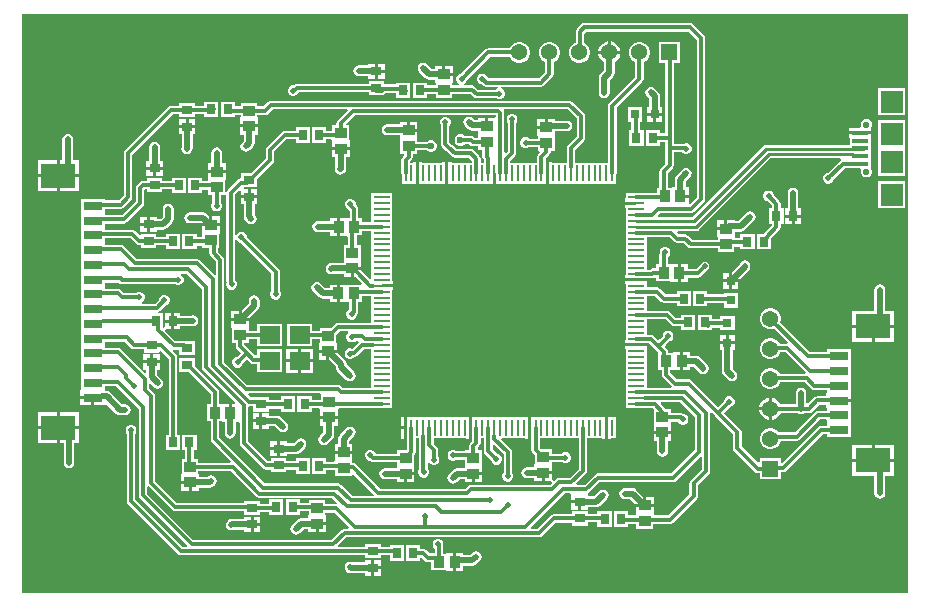
<source format=gtl>
G04*
G04 #@! TF.GenerationSoftware,Altium Limited,Altium Designer,21.8.1 (53)*
G04*
G04 Layer_Physical_Order=1*
G04 Layer_Color=255*
%FSLAX25Y25*%
%MOIN*%
G70*
G04*
G04 #@! TF.SameCoordinates,C3BC6F45-041D-44BD-81EA-7FCEF9ED4BC6*
G04*
G04*
G04 #@! TF.FilePolarity,Positive*
G04*
G01*
G75*
%ADD15R,0.06299X0.03150*%
%ADD16R,0.11811X0.08268*%
%ADD17R,0.07480X0.07480*%
%ADD18R,0.05315X0.01575*%
%ADD19R,0.03937X0.03740*%
%ADD20R,0.03740X0.03937*%
%ADD21R,0.01100X0.05350*%
%ADD22R,0.03543X0.03150*%
%ADD23R,0.03150X0.03543*%
%ADD24R,0.03150X0.03150*%
%ADD25R,0.05350X0.01100*%
%ADD26R,0.06693X0.05906*%
%ADD27R,0.03150X0.03150*%
%ADD41C,0.01181*%
%ADD42C,0.01968*%
%ADD43C,0.00984*%
%ADD44C,0.02165*%
%ADD45C,0.05394*%
%ADD46R,0.05394X0.05394*%
%ADD47R,0.05394X0.05394*%
%ADD48C,0.01968*%
%ADD49C,0.02000*%
%ADD50C,0.02362*%
G36*
X295276Y0D02*
X0D01*
Y192913D01*
X295276D01*
Y0D01*
D02*
G37*
%LPC*%
G36*
X196224Y183706D02*
Y180513D01*
X199417D01*
X199169Y181439D01*
X198682Y182282D01*
X197994Y182971D01*
X197151Y183458D01*
X196224Y183706D01*
D02*
G37*
G36*
X195224D02*
X194297Y183458D01*
X193454Y182971D01*
X192765Y182282D01*
X192279Y181439D01*
X192030Y180513D01*
X195224D01*
Y183706D01*
D02*
G37*
G36*
X176184Y183509D02*
X175263D01*
X174374Y183271D01*
X173576Y182811D01*
X172925Y182160D01*
X172465Y181362D01*
X172227Y180473D01*
Y179552D01*
X172465Y178663D01*
X172925Y177866D01*
X173576Y177214D01*
X174306Y176793D01*
Y173395D01*
X172328Y171418D01*
X155260D01*
X155201Y171476D01*
Y171512D01*
X154927Y172174D01*
X154420Y172680D01*
X153759Y172954D01*
X153043D01*
X152381Y172680D01*
X151875Y172174D01*
X151601Y171512D01*
Y170796D01*
X151875Y170135D01*
X152381Y169628D01*
X153043Y169354D01*
X153313D01*
X153670Y168998D01*
X154130Y168690D01*
X154672Y168582D01*
X158699D01*
X158742Y168100D01*
X158080Y167826D01*
X157816Y167561D01*
X152109D01*
X151057Y168614D01*
X150597Y168921D01*
X150054Y169029D01*
X147390D01*
X147290Y169529D01*
X147531Y169628D01*
X148037Y170135D01*
X148311Y170796D01*
Y170949D01*
X155957Y178595D01*
X162504D01*
X162926Y177866D01*
X163576Y177214D01*
X164374Y176754D01*
X165263Y176516D01*
X166184D01*
X167073Y176754D01*
X167871Y177214D01*
X168522Y177866D01*
X168982Y178663D01*
X169220Y179552D01*
Y180473D01*
X168982Y181362D01*
X168522Y182160D01*
X167871Y182811D01*
X167073Y183271D01*
X166184Y183509D01*
X165263D01*
X164374Y183271D01*
X163576Y182811D01*
X162926Y182160D01*
X162504Y181430D01*
X155369D01*
X154827Y181323D01*
X154367Y181015D01*
X146306Y172954D01*
X146153D01*
X145491Y172680D01*
X144985Y172174D01*
X144711Y171512D01*
Y170796D01*
X144985Y170135D01*
X145491Y169628D01*
X145732Y169529D01*
X145632Y169029D01*
X143374D01*
Y169859D01*
X143574D01*
Y172229D01*
X140605D01*
Y172729D01*
X140105D01*
Y175599D01*
X137637D01*
Y174644D01*
X136438D01*
X134995Y176086D01*
X134405Y176481D01*
X133709Y176619D01*
X133709Y176619D01*
X133700D01*
X133004Y176481D01*
X132414Y176086D01*
X132019Y175496D01*
X131881Y174800D01*
X132019Y174104D01*
X132414Y173514D01*
X132439Y173496D01*
X134398Y171538D01*
X134988Y171144D01*
X135684Y171005D01*
X135684Y171005D01*
X137637D01*
Y169859D01*
X137837D01*
Y169029D01*
X134931D01*
Y169972D01*
X130181D01*
Y164828D01*
X134931D01*
Y166193D01*
X137837D01*
Y164941D01*
X143374D01*
Y166193D01*
X149467D01*
X150520Y165141D01*
X150979Y164833D01*
X151522Y164725D01*
X158197D01*
X158742Y164500D01*
X159458D01*
X160120Y164774D01*
X160626Y165280D01*
X160900Y165942D01*
Y166658D01*
X160626Y167320D01*
X160120Y167826D01*
X159458Y168100D01*
X159501Y168582D01*
X172916D01*
X173458Y168690D01*
X173918Y168998D01*
X176726Y171805D01*
X177033Y172265D01*
X177141Y172808D01*
Y176793D01*
X177871Y177214D01*
X178522Y177866D01*
X178982Y178663D01*
X179220Y179552D01*
Y180473D01*
X178982Y181362D01*
X178522Y182160D01*
X177871Y182811D01*
X177073Y183271D01*
X176184Y183509D01*
D02*
G37*
G36*
X117600Y176331D02*
X115328D01*
Y175766D01*
X112225D01*
X112195Y175772D01*
X111498Y175634D01*
X110908Y175239D01*
X110514Y174649D01*
X110375Y173953D01*
X110514Y173257D01*
X110908Y172666D01*
X110914Y172660D01*
X110914Y172660D01*
X111504Y172266D01*
X112200Y172127D01*
X115328D01*
Y171181D01*
X117600D01*
Y173756D01*
Y176331D01*
D02*
G37*
G36*
X120872D02*
X118600D01*
Y174256D01*
X120872D01*
Y176331D01*
D02*
G37*
G36*
X143574Y175599D02*
X141105D01*
Y173229D01*
X143574D01*
Y175599D01*
D02*
G37*
G36*
X120872Y173256D02*
X118600D01*
Y171181D01*
X120872D01*
Y173256D01*
D02*
G37*
G36*
X120672Y170619D02*
X115528D01*
Y169662D01*
X91510D01*
X90967Y169554D01*
X90508Y169247D01*
X90278Y169017D01*
X90051D01*
X89389Y168743D01*
X88883Y168237D01*
X88609Y167575D01*
Y166859D01*
X88883Y166198D01*
X89389Y165691D01*
X90051Y165417D01*
X90767D01*
X91428Y165691D01*
X91935Y166198D01*
X92195Y166826D01*
X115528D01*
Y165869D01*
X120672D01*
Y166200D01*
X120840Y166313D01*
X121020Y166582D01*
X124669D01*
Y164828D01*
X129419D01*
Y167187D01*
X129425Y167217D01*
X129419Y167247D01*
Y169972D01*
X124669D01*
Y169418D01*
X120672D01*
Y170619D01*
D02*
G37*
G36*
X199417Y179513D02*
X195724D01*
X192030D01*
X192279Y178586D01*
X192765Y177743D01*
X193454Y177054D01*
X193904Y176794D01*
Y173892D01*
X192714Y172701D01*
X192319Y172111D01*
X192181Y171415D01*
X192181Y171415D01*
Y166500D01*
X192319Y165804D01*
X192714Y165214D01*
X193304Y164819D01*
X194000Y164681D01*
X194696Y164819D01*
X195286Y165214D01*
X195681Y165804D01*
X195819Y166500D01*
Y170661D01*
X197010Y171852D01*
X197010Y171852D01*
X197404Y172442D01*
X197543Y173139D01*
X197543Y173139D01*
Y176794D01*
X197994Y177054D01*
X198682Y177743D01*
X199169Y178586D01*
X199417Y179513D01*
D02*
G37*
G36*
X65421Y163599D02*
X60672D01*
Y162249D01*
X57547D01*
Y163206D01*
X52404D01*
Y162249D01*
X49573D01*
X49031Y162141D01*
X48571Y161833D01*
X34288Y147551D01*
X33981Y147091D01*
X33873Y146548D01*
Y132371D01*
X32243Y130741D01*
X27450D01*
Y131287D01*
X19550D01*
Y126866D01*
X19550Y126538D01*
X19550Y126038D01*
Y121945D01*
X19550Y121616D01*
X19550Y121116D01*
Y117024D01*
X19550Y116695D01*
X19550Y116195D01*
Y111774D01*
X19550D01*
Y111602D01*
X19550D01*
Y107181D01*
X19550Y106853D01*
X19550Y106353D01*
Y102260D01*
X19550Y101932D01*
X19550Y101432D01*
Y97339D01*
X19550Y97010D01*
X19550Y96510D01*
Y92417D01*
X19550Y92089D01*
X19550Y91589D01*
Y87496D01*
X19550Y87168D01*
X19550Y86668D01*
Y82575D01*
X19550Y82247D01*
X19550Y81747D01*
Y77325D01*
X19550D01*
Y77153D01*
X19550D01*
Y72404D01*
X19550D01*
Y72232D01*
X19550D01*
Y67511D01*
X19350D01*
Y65436D01*
X23500D01*
Y64936D01*
X24000D01*
Y62361D01*
X27650D01*
Y62656D01*
X28111Y62847D01*
X31327Y59632D01*
X31917Y59237D01*
X32613Y59099D01*
X32613Y59099D01*
X34306D01*
X35002Y59237D01*
X35593Y59632D01*
X35987Y60222D01*
X36125Y60918D01*
X35987Y61614D01*
X35593Y62204D01*
X35002Y62599D01*
X34306Y62737D01*
X33367D01*
X29471Y66634D01*
X28880Y67028D01*
X28184Y67167D01*
X28184Y67167D01*
X27650D01*
Y67511D01*
X27450D01*
Y68851D01*
X31258D01*
X38794Y61315D01*
Y32375D01*
X38902Y31832D01*
X39209Y31372D01*
X54940Y15641D01*
X54749Y15179D01*
X53507D01*
X37693Y30994D01*
Y52901D01*
X37801Y53009D01*
X38075Y53670D01*
Y54386D01*
X37801Y55048D01*
X37294Y55554D01*
X36633Y55828D01*
X35917D01*
X35255Y55554D01*
X34749Y55048D01*
X34475Y54386D01*
Y53670D01*
X34749Y53009D01*
X34857Y52901D01*
Y30406D01*
X34965Y29864D01*
X35272Y29404D01*
X51917Y12759D01*
X52377Y12452D01*
X52920Y12344D01*
X114328D01*
Y11381D01*
X119472D01*
Y12344D01*
X122483D01*
Y10602D01*
X127232D01*
Y15746D01*
X122483D01*
Y15179D01*
X119472D01*
Y16131D01*
X114328D01*
Y15179D01*
X105399D01*
X105208Y15641D01*
X108049Y18482D01*
X172422D01*
X172965Y18590D01*
X173425Y18898D01*
X177807Y23280D01*
X183309D01*
Y22323D01*
X188453D01*
Y23386D01*
X191774D01*
Y21929D01*
X196524D01*
Y27072D01*
X191774D01*
Y26222D01*
X188453D01*
Y27072D01*
X183309D01*
Y26115D01*
X177220D01*
X176677Y26008D01*
X176217Y25700D01*
X171835Y21318D01*
X169676D01*
X169485Y21780D01*
X180787Y33082D01*
X182733D01*
X183109Y32784D01*
X183109Y32582D01*
Y30709D01*
X185881D01*
Y30209D01*
X186381D01*
Y27635D01*
X188653D01*
Y28390D01*
X191401D01*
X191401Y28390D01*
X192097Y28529D01*
X192687Y28923D01*
X194961Y31196D01*
X194986Y31214D01*
X195381Y31804D01*
X195519Y32500D01*
X195381Y33196D01*
X194986Y33786D01*
X194396Y34181D01*
X193700Y34319D01*
X193692D01*
X192995Y34181D01*
X192405Y33786D01*
X192405Y33786D01*
X190647Y32029D01*
X189006D01*
X188653Y32382D01*
X188653Y32784D01*
X188733Y33251D01*
X189102Y33498D01*
X192487Y36882D01*
X217000D01*
X217543Y36990D01*
X218003Y37297D01*
X226020Y45315D01*
X226482Y45124D01*
Y41048D01*
X222858Y37424D01*
X222551Y36964D01*
X222443Y36422D01*
Y32848D01*
X215317Y25722D01*
X210656D01*
X210503Y26158D01*
X210503Y26158D01*
X210503D01*
X210503Y26158D01*
Y28528D01*
X204566D01*
Y26158D01*
X204566Y26158D01*
X204566D01*
X204566Y26158D01*
X204413Y25722D01*
X202035D01*
Y27072D01*
X197286D01*
Y21929D01*
X202035D01*
Y22886D01*
X204766D01*
Y21240D01*
X210303D01*
Y22886D01*
X215904D01*
X216446Y22994D01*
X216906Y23301D01*
X224863Y31258D01*
X225171Y31718D01*
X225278Y32261D01*
Y35834D01*
X228903Y39458D01*
X229210Y39918D01*
X229318Y40461D01*
Y59870D01*
X229638Y60058D01*
X229806Y60088D01*
X230997Y58898D01*
X236982Y52913D01*
Y48200D01*
X237090Y47657D01*
X237398Y47197D01*
X244298Y40297D01*
X244757Y39990D01*
X245300Y39882D01*
X245903D01*
Y37803D01*
X252897D01*
Y40071D01*
X253689D01*
X254232Y40179D01*
X254692Y40486D01*
X266971Y52767D01*
X268302D01*
Y51722D01*
X276201D01*
Y56143D01*
X276201Y56472D01*
X276201Y56972D01*
Y61365D01*
X276401D01*
Y63439D01*
X272251D01*
Y64439D01*
X276401D01*
Y66514D01*
X276201D01*
Y71235D01*
X276201D01*
Y71407D01*
X276201D01*
Y75828D01*
X276201Y76157D01*
X276201Y76657D01*
Y81078D01*
X268302D01*
Y80208D01*
X262497D01*
X252679Y90026D01*
X252897Y90840D01*
Y91760D01*
X252659Y92650D01*
X252198Y93447D01*
X251547Y94098D01*
X250750Y94559D01*
X249860Y94797D01*
X248940D01*
X248050Y94559D01*
X247253Y94098D01*
X246602Y93447D01*
X246142Y92650D01*
X245903Y91760D01*
Y90840D01*
X246142Y89950D01*
X246602Y89153D01*
X247253Y88502D01*
X248050Y88042D01*
X248940Y87803D01*
X249860D01*
X250674Y88021D01*
X255243Y83452D01*
X255064Y83052D01*
X255004Y82984D01*
X252466D01*
X252198Y83447D01*
X251547Y84098D01*
X250750Y84558D01*
X249860Y84797D01*
X248940D01*
X248050Y84558D01*
X247253Y84098D01*
X246602Y83447D01*
X246142Y82650D01*
X245903Y81760D01*
Y80840D01*
X246142Y79950D01*
X246602Y79153D01*
X247253Y78502D01*
X248050Y78041D01*
X248940Y77803D01*
X249860D01*
X250750Y78041D01*
X251547Y78502D01*
X252198Y79153D01*
X252659Y79950D01*
X252712Y80148D01*
X254447D01*
X261177Y73418D01*
X260970Y72918D01*
X252504D01*
X252198Y73447D01*
X251547Y74098D01*
X250750Y74559D01*
X249860Y74797D01*
X248940D01*
X248050Y74559D01*
X247253Y74098D01*
X246602Y73447D01*
X246142Y72650D01*
X245903Y71760D01*
Y70840D01*
X246142Y69950D01*
X246602Y69153D01*
X247253Y68502D01*
X248050Y68041D01*
X248940Y67803D01*
X249860D01*
X250750Y68041D01*
X251547Y68502D01*
X252198Y69153D01*
X252659Y69950D01*
X252694Y70082D01*
X260913D01*
X263049Y67945D01*
X263509Y67638D01*
X264052Y67530D01*
X268302D01*
Y66514D01*
X268102D01*
Y65445D01*
X265027D01*
X264484Y65337D01*
X264024Y65029D01*
X261931Y62936D01*
X261431Y63143D01*
Y66366D01*
X261428Y66382D01*
X261430Y66390D01*
X261291Y67086D01*
X260897Y67676D01*
X260307Y68070D01*
X259610Y68209D01*
X258914Y68070D01*
X258324Y67676D01*
X258320Y67672D01*
X257925Y67082D01*
X257787Y66386D01*
X257787Y66385D01*
Y66372D01*
X257787Y66372D01*
X257793Y66342D01*
Y62718D01*
X252847D01*
X252845Y62727D01*
X252358Y63570D01*
X251670Y64258D01*
X250827Y64745D01*
X249900Y64993D01*
Y61300D01*
Y57607D01*
X250827Y57855D01*
X251670Y58342D01*
X252358Y59030D01*
X252845Y59873D01*
X252847Y59882D01*
X258522D01*
X258916Y59619D01*
X259612Y59481D01*
X260308Y59619D01*
X260702Y59882D01*
X262300D01*
X262843Y59990D01*
X263302Y60298D01*
X265614Y62609D01*
X268102D01*
Y61365D01*
X268302D01*
Y60523D01*
X265406D01*
X264863Y60415D01*
X264403Y60108D01*
X257713Y53418D01*
X252215D01*
X252198Y53447D01*
X251547Y54098D01*
X250750Y54558D01*
X249860Y54797D01*
X248940D01*
X248050Y54558D01*
X247253Y54098D01*
X246602Y53447D01*
X246142Y52650D01*
X245903Y51760D01*
Y50840D01*
X246142Y49950D01*
X246602Y49153D01*
X247253Y48502D01*
X248050Y48041D01*
X248940Y47803D01*
X249860D01*
X250750Y48041D01*
X251547Y48502D01*
X252198Y49153D01*
X252659Y49950D01*
X252828Y50582D01*
X258300D01*
X258843Y50690D01*
X259302Y50998D01*
X265993Y57688D01*
X267948D01*
X268302Y57334D01*
X268302Y56643D01*
X268302Y56143D01*
Y55602D01*
X266384D01*
X265842Y55494D01*
X265382Y55187D01*
X253397Y43202D01*
X252897Y43409D01*
Y44797D01*
X245903D01*
Y43409D01*
X245403Y43202D01*
X239818Y48787D01*
Y53500D01*
X239710Y54043D01*
X239403Y54502D01*
X234005Y59900D01*
X235905Y61800D01*
X236058D01*
X236720Y62074D01*
X237226Y62580D01*
X237500Y63242D01*
Y63958D01*
X237226Y64620D01*
X236720Y65126D01*
X236058Y65400D01*
X235342D01*
X234680Y65126D01*
X234174Y64620D01*
X233900Y63958D01*
Y63805D01*
X232000Y61905D01*
X223303Y70603D01*
X222843Y70910D01*
X222300Y71018D01*
X218187D01*
X216059Y73146D01*
Y74331D01*
X216989D01*
Y74132D01*
X219359D01*
Y77100D01*
Y80068D01*
X216989D01*
Y79869D01*
X215310D01*
Y80148D01*
X215202Y80691D01*
X214895Y81151D01*
X214553Y81493D01*
X214552Y81494D01*
X214065Y81981D01*
X214475Y82392D01*
X214590Y82563D01*
X215775Y83749D01*
X216320Y83974D01*
X216826Y84480D01*
X217100Y85142D01*
Y85858D01*
X216826Y86520D01*
X216320Y87026D01*
X215658Y87300D01*
X214942D01*
X214280Y87026D01*
X213774Y86520D01*
X213500Y85858D01*
Y85483D01*
X212471Y84454D01*
X212402Y84351D01*
X211876Y84171D01*
X210531Y85515D01*
X210071Y85822D01*
X209529Y85930D01*
X208159D01*
Y91024D01*
X214471D01*
X216398Y89097D01*
X216857Y88790D01*
X217400Y88682D01*
X219669D01*
Y87528D01*
X224419D01*
Y92672D01*
X219669D01*
Y91518D01*
X217987D01*
X216060Y93445D01*
X215600Y93752D01*
X215058Y93860D01*
X208159D01*
Y98870D01*
X211024D01*
X212897Y96997D01*
X213357Y96690D01*
X213900Y96582D01*
X218169D01*
Y95428D01*
X222919D01*
Y100572D01*
X218169D01*
Y99418D01*
X214487D01*
X212614Y101291D01*
X212154Y101598D01*
X211612Y101706D01*
X208159D01*
Y102675D01*
X208359D01*
Y103725D01*
X204684D01*
X201009D01*
Y102675D01*
X201209D01*
Y100907D01*
Y96970D01*
Y93033D01*
Y89096D01*
Y84122D01*
X201009D01*
Y83072D01*
X204684D01*
X208359D01*
Y83094D01*
X208942D01*
X211796Y80240D01*
X212071Y79869D01*
X212071D01*
X212071Y79869D01*
Y74331D01*
X213223D01*
Y72559D01*
X213331Y72017D01*
X213638Y71557D01*
X216454Y68741D01*
X216250Y68241D01*
X208159D01*
Y73348D01*
Y77285D01*
Y81022D01*
X208359D01*
Y82072D01*
X204684D01*
X201009D01*
Y81022D01*
X201209D01*
Y77285D01*
Y73348D01*
Y69411D01*
Y65474D01*
Y61537D01*
X204242D01*
X204709Y61444D01*
X210319D01*
X210672Y61091D01*
Y56308D01*
X210472D01*
Y53938D01*
X213440D01*
X216409D01*
Y56308D01*
X216209D01*
Y56982D01*
X218690D01*
X218774Y56780D01*
X219280Y56274D01*
X219942Y56000D01*
X220658D01*
X221320Y56274D01*
X221826Y56780D01*
X222100Y57442D01*
Y58158D01*
X221826Y58820D01*
X221320Y59326D01*
X220658Y59600D01*
X220185D01*
X220021Y59710D01*
X219478Y59818D01*
X216209D01*
Y61226D01*
X214512D01*
X214443Y61330D01*
X212810Y62963D01*
X213001Y63425D01*
X219370D01*
X224182Y58613D01*
Y47487D01*
X216413Y39718D01*
X191900D01*
X191357Y39610D01*
X190898Y39303D01*
X187513Y35918D01*
X184876D01*
X184685Y36380D01*
X187896Y39591D01*
X188203Y40051D01*
X188311Y40593D01*
Y51435D01*
X193189D01*
Y51235D01*
X194239D01*
Y54910D01*
Y58585D01*
X193189D01*
Y58385D01*
X170699D01*
Y58585D01*
X169649D01*
Y54910D01*
Y51235D01*
X169700D01*
Y47642D01*
X169807Y47099D01*
X170115Y46639D01*
X170931Y45823D01*
Y42811D01*
X170731D01*
Y41760D01*
X168197D01*
X167500Y41622D01*
X166910Y41227D01*
X166516Y40637D01*
X166377Y39941D01*
X166516Y39245D01*
X166910Y38655D01*
X167500Y38260D01*
X168197Y38122D01*
X170731D01*
Y37071D01*
X173200D01*
Y39941D01*
X173700D01*
Y40441D01*
X176669D01*
Y42811D01*
X176469D01*
Y43481D01*
X179974D01*
X180080Y43374D01*
X180742Y43100D01*
X181458D01*
X182120Y43374D01*
X182626Y43880D01*
X182900Y44542D01*
Y45258D01*
X182626Y45920D01*
X182120Y46426D01*
X181458Y46700D01*
X180742D01*
X180080Y46426D01*
X179971Y46316D01*
X176469D01*
Y47729D01*
X173035D01*
X172535Y48229D01*
Y51435D01*
X185476D01*
Y41181D01*
X182513Y38218D01*
X179100D01*
X178557Y38110D01*
X178097Y37802D01*
X177359Y37064D01*
X177162Y37064D01*
X176669Y37556D01*
Y39441D01*
X174200D01*
Y37071D01*
X176183D01*
X176675Y36578D01*
X176675Y36380D01*
X176113Y35818D01*
X149500D01*
X148957Y35710D01*
X148497Y35403D01*
X147713Y34618D01*
X119334D01*
X111192Y42760D01*
X110732Y43067D01*
X110189Y43175D01*
X109909D01*
Y43875D01*
X110109D01*
Y46245D01*
X104172D01*
Y43875D01*
X103772Y43635D01*
X101445D01*
Y44789D01*
X96695D01*
Y39646D01*
X101445D01*
Y40799D01*
X104372D01*
Y38957D01*
X109909D01*
Y39379D01*
X110371Y39570D01*
X117324Y32618D01*
X117116Y32118D01*
X110287D01*
X106403Y36002D01*
X105943Y36310D01*
X105400Y36418D01*
X80987D01*
X65645Y51760D01*
Y57165D01*
X66476D01*
Y56965D01*
X67527D01*
Y53163D01*
X67526Y53163D01*
X67665Y52467D01*
X68059Y51876D01*
X68096Y51839D01*
X68114Y51814D01*
X68704Y51419D01*
X69400Y51281D01*
X70096Y51419D01*
X70686Y51814D01*
X71081Y52404D01*
X71219Y53100D01*
Y53109D01*
X71165Y53382D01*
Y56965D01*
X72216D01*
X72455Y56565D01*
Y49743D01*
X72563Y49201D01*
X72871Y48741D01*
X80200Y41412D01*
X80660Y41104D01*
X81203Y40996D01*
X82916D01*
Y40039D01*
X88059D01*
Y40996D01*
X91184D01*
Y39646D01*
X95933D01*
Y44789D01*
X91184D01*
Y43832D01*
X88059D01*
Y44789D01*
X82916D01*
Y43832D01*
X81790D01*
X75291Y50331D01*
Y61926D01*
X75601Y62181D01*
X77010D01*
Y60315D01*
X82153D01*
Y61272D01*
X86262D01*
Y60315D01*
X91012D01*
Y65458D01*
X86262D01*
Y64108D01*
X82153D01*
Y65065D01*
X77010D01*
Y65017D01*
X76188D01*
X75277Y65928D01*
X75468Y66390D01*
X99052D01*
X99451Y66147D01*
Y64304D01*
X96524D01*
Y65458D01*
X91774D01*
Y60315D01*
X96524D01*
Y61469D01*
X98851D01*
X99251Y61229D01*
Y58859D01*
X102220D01*
X105188D01*
Y61229D01*
X105589Y61469D01*
X119834D01*
X120175Y61537D01*
X123309D01*
Y65474D01*
Y69411D01*
Y73348D01*
Y77285D01*
Y81222D01*
Y85159D01*
Y89096D01*
Y93033D01*
Y96970D01*
Y100707D01*
X123509D01*
Y101757D01*
X119834D01*
Y102757D01*
X123509D01*
Y103807D01*
X123309D01*
Y108781D01*
Y112718D01*
Y116655D01*
Y120592D01*
Y124529D01*
Y128466D01*
Y133134D01*
X116359D01*
Y128466D01*
Y123360D01*
X113354D01*
Y124710D01*
X112102D01*
Y127894D01*
X111994Y128437D01*
X111687Y128897D01*
X111200Y129384D01*
Y129758D01*
X110926Y130420D01*
X110420Y130926D01*
X109758Y131200D01*
X109042D01*
X108380Y130926D01*
X107874Y130420D01*
X107600Y129758D01*
Y129042D01*
X107874Y128380D01*
X108380Y127874D01*
X108925Y127648D01*
X109266Y127307D01*
Y124710D01*
X108436D01*
Y124910D01*
X106066D01*
Y121942D01*
Y118973D01*
X108436D01*
X108682Y118575D01*
Y115929D01*
X107332D01*
Y111011D01*
X107132D01*
Y109960D01*
X103149D01*
X103149Y109960D01*
X102453Y109822D01*
X101863Y109427D01*
X101739Y109304D01*
X101714Y109286D01*
X101319Y108696D01*
X101181Y108000D01*
X101319Y107304D01*
X101714Y106714D01*
X102304Y106319D01*
X103000Y106181D01*
X103008D01*
X103008Y106181D01*
X103705Y106319D01*
X103708Y106322D01*
X107132D01*
Y105271D01*
X109600D01*
Y108141D01*
X110100D01*
Y108641D01*
X113068D01*
Y111011D01*
X112868D01*
Y115929D01*
X111518D01*
Y119173D01*
X113354D01*
Y120524D01*
X116359D01*
Y116655D01*
Y112718D01*
Y108781D01*
Y104540D01*
X115897Y104349D01*
X113068Y107177D01*
Y107641D01*
X110600D01*
Y105271D01*
X110965D01*
X113174Y103061D01*
X113178Y102920D01*
X112751Y102469D01*
X112658Y102469D01*
X108211D01*
Y102668D01*
X105841D01*
Y99700D01*
Y96732D01*
X108211D01*
Y96931D01*
X109082D01*
Y94410D01*
X108880Y94326D01*
X108374Y93820D01*
X108100Y93158D01*
Y92442D01*
X108374Y91780D01*
X108880Y91274D01*
X109542Y91000D01*
X110258D01*
X110920Y91274D01*
X111426Y91780D01*
X111700Y92442D01*
Y92915D01*
X111810Y93079D01*
X111918Y93622D01*
Y96931D01*
X113129D01*
Y98842D01*
X116359D01*
Y95001D01*
Y89895D01*
X105277D01*
X104735Y89787D01*
X104275Y89480D01*
X103024Y88229D01*
X99132D01*
Y87336D01*
X96602D01*
Y89671D01*
X88309D01*
Y82165D01*
X96602D01*
Y84500D01*
X99132D01*
Y83311D01*
X98931D01*
Y80941D01*
X101900D01*
X104868D01*
Y83311D01*
X104668D01*
Y85863D01*
X105864Y87059D01*
X108507D01*
X108714Y86559D01*
X108374Y86220D01*
X108100Y85558D01*
Y84842D01*
X108374Y84180D01*
X108880Y83674D01*
X109542Y83400D01*
X110258D01*
X110920Y83674D01*
X111185Y83939D01*
X112053D01*
X112066Y83923D01*
X112234Y83439D01*
X110038Y81243D01*
X109658Y81400D01*
X108942D01*
X108280Y81126D01*
X107774Y80620D01*
X107500Y79958D01*
Y79242D01*
X107774Y78580D01*
X108280Y78074D01*
X108942Y77800D01*
X109658D01*
X110320Y78074D01*
X110591Y78346D01*
X111099Y78447D01*
X111559Y78754D01*
X113946Y81141D01*
X116359D01*
Y77285D01*
Y73348D01*
Y68241D01*
X106764D01*
X106195Y68810D01*
X105735Y69118D01*
X105192Y69226D01*
X75079D01*
X67418Y76887D01*
Y110917D01*
X67310Y111460D01*
X67002Y111920D01*
X65252Y113671D01*
Y114744D01*
X65618D01*
Y119662D01*
X65818D01*
Y122032D01*
X59881D01*
Y119662D01*
X60081D01*
Y118438D01*
X58138D01*
Y119592D01*
X53388D01*
Y114449D01*
X58138D01*
Y115603D01*
X60081D01*
Y114744D01*
X62416D01*
Y113084D01*
X62524Y112541D01*
X62831Y112081D01*
X64582Y110330D01*
Y106135D01*
X64120Y105944D01*
X59381Y110684D01*
X58921Y110991D01*
X58378Y111099D01*
X38296D01*
X33832Y115562D01*
X33373Y115870D01*
X32830Y115978D01*
X27803D01*
X27450Y116331D01*
Y116524D01*
X27450Y117024D01*
Y118063D01*
X36180D01*
X38028Y116215D01*
X38488Y115907D01*
X39031Y115799D01*
X39609D01*
Y114842D01*
X44752D01*
Y115799D01*
X47876D01*
Y114449D01*
X52626D01*
Y119592D01*
X47876D01*
Y118635D01*
X44752D01*
Y119592D01*
X39609D01*
Y119298D01*
X39147Y119106D01*
X37769Y120484D01*
X37310Y120791D01*
X36767Y120899D01*
X27803D01*
X27450Y121253D01*
Y121445D01*
X27450Y121945D01*
Y122985D01*
X33814D01*
X34357Y123092D01*
X34817Y123400D01*
X40230Y128813D01*
X40537Y129273D01*
X40645Y129816D01*
Y134150D01*
X40900Y134405D01*
X41577D01*
Y133543D01*
X46720D01*
Y134500D01*
X49845D01*
Y133150D01*
X54594D01*
Y138293D01*
X49845D01*
Y137336D01*
X46720D01*
Y138293D01*
X41577D01*
Y137240D01*
X40313D01*
X39771Y137133D01*
X39311Y136825D01*
X38225Y135740D01*
X37918Y135280D01*
X37810Y134737D01*
Y130403D01*
X33227Y125820D01*
X27803D01*
X27450Y126174D01*
Y126366D01*
X27450Y126866D01*
Y127906D01*
X32830D01*
X33373Y128014D01*
X33832Y128321D01*
X36293Y130782D01*
X36600Y131242D01*
X36708Y131784D01*
Y145961D01*
X50160Y159413D01*
X52404D01*
Y158456D01*
X57547D01*
Y159413D01*
X60672D01*
Y158456D01*
X65421D01*
Y160891D01*
X65448Y161028D01*
X65421Y161164D01*
Y163599D01*
D02*
G37*
G36*
X209500Y168519D02*
X208804Y168381D01*
X208214Y167986D01*
X207819Y167396D01*
X207681Y166700D01*
Y166692D01*
X207681Y166692D01*
X207819Y165995D01*
X208214Y165405D01*
X208963Y164655D01*
Y161918D01*
X208208D01*
Y159843D01*
X210783D01*
X213357D01*
Y161918D01*
X212602D01*
Y165409D01*
X212602Y165409D01*
X212463Y166105D01*
X212069Y166695D01*
X210804Y167961D01*
X210786Y167986D01*
X210196Y168381D01*
X209500Y168519D01*
D02*
G37*
G36*
X294440Y168191D02*
X285360D01*
Y159111D01*
X294440D01*
Y168191D01*
D02*
G37*
G36*
X213357Y158843D02*
X211283D01*
Y156769D01*
X213357D01*
Y158843D01*
D02*
G37*
G36*
X210283D02*
X208208D01*
Y156769D01*
X210283D01*
Y158843D01*
D02*
G37*
G36*
X128295Y156898D02*
X125826D01*
Y156113D01*
X121730D01*
X121700Y156119D01*
X121004Y155981D01*
X120414Y155586D01*
X120019Y154996D01*
X119881Y154300D01*
X120019Y153604D01*
X120414Y153014D01*
X120420Y153008D01*
X120420Y153008D01*
X121010Y152613D01*
X121706Y152475D01*
X125826D01*
Y151158D01*
X126026D01*
Y146240D01*
X127225D01*
X127314Y145740D01*
X126808Y145234D01*
X126500Y144774D01*
X126392Y144232D01*
Y139760D01*
X126460Y139420D01*
Y136285D01*
X130197D01*
Y136085D01*
X131247D01*
Y139760D01*
Y143435D01*
X130197D01*
Y143235D01*
X129448D01*
X129319Y143735D01*
X129797Y144213D01*
X130104Y144673D01*
X130212Y145216D01*
Y146240D01*
X131563D01*
Y147493D01*
X134806D01*
X135178Y147120D01*
X135906Y146819D01*
X136694D01*
X137422Y147120D01*
X137979Y147678D01*
X138281Y148406D01*
Y149194D01*
X137979Y149922D01*
X137422Y150479D01*
X136694Y150781D01*
X135906D01*
X135178Y150479D01*
X135026Y150328D01*
X131563D01*
Y151158D01*
X131763D01*
Y153528D01*
X128795D01*
Y154028D01*
X128295D01*
Y156898D01*
D02*
G37*
G36*
X57747Y157894D02*
X55476D01*
Y155819D01*
X57747D01*
Y157894D01*
D02*
G37*
G36*
X54476D02*
X52204D01*
Y155819D01*
X54476D01*
Y157894D01*
D02*
G37*
G36*
X174200Y157929D02*
X171731D01*
Y155559D01*
X174200D01*
Y157929D01*
D02*
G37*
G36*
X131763Y156898D02*
X129295D01*
Y154528D01*
X131763D01*
Y156898D01*
D02*
G37*
G36*
X281810Y157857D02*
X281061D01*
X280369Y157570D01*
X279839Y157041D01*
X279553Y156349D01*
Y155599D01*
X279627Y155421D01*
X279349Y155006D01*
X275711D01*
Y153718D01*
X279368D01*
X283026D01*
Y154902D01*
X283032Y154908D01*
X283318Y155599D01*
Y156349D01*
X283032Y157041D01*
X282502Y157570D01*
X281810Y157857D01*
D02*
G37*
G36*
X95933Y155025D02*
X91184D01*
Y153871D01*
X87456D01*
X86913Y153763D01*
X86453Y153456D01*
X81532Y148535D01*
X81225Y148075D01*
X81117Y147532D01*
Y144773D01*
X76212Y139868D01*
X73073D01*
Y138092D01*
X72974D01*
X72431Y137984D01*
X71971Y137677D01*
X68498Y134203D01*
X68190Y133743D01*
X68082Y133200D01*
X67587Y133211D01*
Y137379D01*
X67787D01*
Y139749D01*
X61850D01*
Y137379D01*
X61449Y137139D01*
X60106D01*
Y138293D01*
X55357D01*
Y133150D01*
X60106D01*
Y134303D01*
X62050D01*
Y132461D01*
X63400D01*
Y129959D01*
X63292Y129851D01*
X63018Y129190D01*
Y128473D01*
X63292Y127812D01*
X63798Y127305D01*
X64460Y127032D01*
X65176D01*
X65838Y127305D01*
X66344Y127812D01*
X66618Y128473D01*
Y129190D01*
X66344Y129851D01*
X66236Y129959D01*
Y132461D01*
X67582D01*
X67587Y132461D01*
X68082Y132450D01*
Y103679D01*
X68125Y103461D01*
X68000Y103158D01*
Y102442D01*
X68274Y101780D01*
X68780Y101274D01*
X69442Y101000D01*
X70158D01*
X70820Y101274D01*
X71326Y101780D01*
X71600Y102442D01*
Y103158D01*
X71326Y103820D01*
X70918Y104228D01*
Y117658D01*
X71418Y117758D01*
X71574Y117380D01*
X72080Y116874D01*
X72742Y116600D01*
X72895D01*
X83085Y106410D01*
Y104598D01*
X83082Y104583D01*
Y100528D01*
X82974Y100420D01*
X82700Y99758D01*
Y99042D01*
X82974Y98380D01*
X83480Y97874D01*
X84142Y97600D01*
X84858D01*
X85520Y97874D01*
X86026Y98380D01*
X86300Y99042D01*
Y99758D01*
X86026Y100420D01*
X85918Y100528D01*
Y104570D01*
X85921Y104586D01*
Y106997D01*
X85813Y107539D01*
X85506Y107999D01*
X74900Y118605D01*
Y118758D01*
X74626Y119420D01*
X74120Y119926D01*
X73458Y120200D01*
X72742D01*
X72080Y119926D01*
X71574Y119420D01*
X71418Y119042D01*
X70918Y119142D01*
Y132613D01*
X72373Y134068D01*
X72873Y133861D01*
Y132481D01*
X75145D01*
Y134556D01*
X74102D01*
X73835Y135056D01*
X73876Y135118D01*
X78216D01*
Y137863D01*
X83537Y143183D01*
X83845Y143643D01*
X83952Y144186D01*
Y146945D01*
X88043Y151036D01*
X91184D01*
Y149882D01*
X95933D01*
Y155025D01*
D02*
G37*
G36*
X206661Y161718D02*
X201912D01*
Y156968D01*
X203115D01*
Y154041D01*
X202404D01*
Y148898D01*
X207154D01*
Y154041D01*
X205950D01*
Y156968D01*
X206661D01*
Y161718D01*
D02*
G37*
G36*
X78613Y155016D02*
X75645D01*
X72676D01*
Y152646D01*
X73826D01*
Y150507D01*
X73314Y149995D01*
X72919Y149405D01*
X72781Y148708D01*
X72781Y148708D01*
Y148700D01*
X72919Y148004D01*
X73314Y147414D01*
X73904Y147019D01*
X74600Y146881D01*
X75296Y147019D01*
X75886Y147414D01*
X75904Y147439D01*
X76931Y148467D01*
X76931Y148467D01*
X77326Y149057D01*
X77464Y149753D01*
Y152646D01*
X78613D01*
Y155016D01*
D02*
G37*
G36*
X57747Y154819D02*
X54976D01*
X52204D01*
Y152744D01*
X53156D01*
Y148389D01*
X53081Y148009D01*
X53081Y148009D01*
Y148000D01*
X53219Y147304D01*
X53614Y146714D01*
X54204Y146319D01*
X54900Y146181D01*
X55596Y146319D01*
X56186Y146714D01*
X56204Y146739D01*
X56262Y146798D01*
X56656Y147388D01*
X56795Y148084D01*
X56795Y148084D01*
Y152744D01*
X57747D01*
Y154819D01*
D02*
G37*
G36*
X222769Y189818D02*
X187379D01*
X186836Y189710D01*
X186376Y189402D01*
X184879Y187905D01*
X184571Y187445D01*
X184463Y186902D01*
Y183295D01*
X184374Y183271D01*
X183577Y182811D01*
X182925Y182160D01*
X182465Y181362D01*
X182227Y180473D01*
Y179552D01*
X182465Y178663D01*
X182925Y177866D01*
X183577Y177214D01*
X184374Y176754D01*
X185263Y176516D01*
X186184D01*
X187073Y176754D01*
X187871Y177214D01*
X188522Y177866D01*
X188982Y178663D01*
X189220Y179552D01*
Y180473D01*
X188982Y181362D01*
X188522Y182160D01*
X187871Y182811D01*
X187299Y183141D01*
Y186315D01*
X187966Y186982D01*
X222182D01*
X224882Y184282D01*
Y131787D01*
X222729Y129634D01*
X222229Y129841D01*
Y131600D01*
X219359D01*
Y132600D01*
X222229D01*
Y135069D01*
X221178D01*
Y136897D01*
X222686Y138405D01*
X222686Y138405D01*
X223081Y138995D01*
X223219Y139691D01*
X223219Y139691D01*
Y139700D01*
X223081Y140396D01*
X222686Y140986D01*
X222096Y141381D01*
X221400Y141519D01*
X220704Y141381D01*
X220114Y140986D01*
X220096Y140961D01*
X218073Y138937D01*
X217678Y138347D01*
X217540Y137651D01*
X217540Y137651D01*
Y135069D01*
X216489D01*
Y134869D01*
X215252D01*
Y139847D01*
X216795Y141390D01*
X217103Y141850D01*
X217211Y142393D01*
Y146682D01*
X220072D01*
X220380Y146374D01*
X221042Y146100D01*
X221758D01*
X222420Y146374D01*
X222926Y146880D01*
X223200Y147542D01*
Y148258D01*
X222926Y148920D01*
X222420Y149426D01*
X221758Y149700D01*
X221042D01*
X220602Y149518D01*
X217211D01*
Y151600D01*
Y176516D01*
X219220D01*
Y183509D01*
X212227D01*
Y176516D01*
X214375D01*
Y153018D01*
X212665D01*
Y154041D01*
X207916D01*
Y148898D01*
X212665D01*
Y150182D01*
X214375D01*
Y148100D01*
Y142980D01*
X212831Y141436D01*
X212524Y140976D01*
X212416Y140434D01*
Y134869D01*
X211571D01*
Y133202D01*
X204684D01*
X204343Y133134D01*
X201209D01*
Y131366D01*
X201009D01*
Y130316D01*
X204684D01*
Y129316D01*
X201009D01*
Y128266D01*
X201209D01*
Y126497D01*
Y122560D01*
Y118623D01*
Y114686D01*
Y110749D01*
Y105775D01*
X201009D01*
Y104725D01*
X204684D01*
X208359D01*
Y104776D01*
X209794D01*
X210336Y104884D01*
X210671Y105107D01*
X211171Y104931D01*
Y103832D01*
X216089D01*
Y103631D01*
X218459D01*
Y106600D01*
Y109569D01*
X216089D01*
Y109369D01*
X215259D01*
Y111849D01*
X215320Y111874D01*
X215826Y112380D01*
X216100Y113042D01*
Y113758D01*
X215826Y114420D01*
X215320Y114926D01*
X214658Y115200D01*
X213942D01*
X213280Y114926D01*
X212774Y114420D01*
X212500Y113758D01*
Y113106D01*
X212423Y112719D01*
Y109369D01*
X211171D01*
Y108018D01*
X210200D01*
X209657Y107910D01*
X209211Y107612D01*
X208159D01*
Y110749D01*
Y114686D01*
Y118555D01*
X215840D01*
X217397Y116998D01*
X217857Y116690D01*
X218400Y116582D01*
X220495D01*
X221938Y115138D01*
X222398Y114831D01*
X222941Y114723D01*
X231832D01*
Y113471D01*
X237368D01*
Y115323D01*
X239369D01*
Y114428D01*
X244119D01*
Y119572D01*
X239369D01*
Y118159D01*
X237973D01*
X237568Y118389D01*
Y120311D01*
X239530D01*
X239530Y120311D01*
X240226Y120449D01*
X240816Y120843D01*
X243986Y124014D01*
X244381Y124604D01*
X244519Y125300D01*
X244381Y125996D01*
X243986Y126586D01*
X243396Y126981D01*
X242700Y127119D01*
X242004Y126981D01*
X241414Y126586D01*
X238776Y123949D01*
X237568D01*
Y124129D01*
X235100D01*
Y121259D01*
X234600D01*
Y120759D01*
X231631D01*
Y118389D01*
X231832D01*
Y117559D01*
X223528D01*
X222084Y119002D01*
X221624Y119310D01*
X221082Y119418D01*
X218987D01*
X218328Y120077D01*
X218520Y120538D01*
X224662D01*
X225166Y120639D01*
X225594Y120924D01*
X249368Y144698D01*
X272748D01*
X272900Y144198D01*
X272579Y143984D01*
X268495Y139900D01*
X268342D01*
X267680Y139626D01*
X267174Y139120D01*
X266900Y138458D01*
Y137742D01*
X267174Y137080D01*
X267680Y136574D01*
X268342Y136300D01*
X269058D01*
X269720Y136574D01*
X270226Y137080D01*
X270500Y137742D01*
Y137895D01*
X274169Y141564D01*
X275911D01*
Y141394D01*
X279341D01*
X279675Y140894D01*
X279553Y140601D01*
Y139851D01*
X279839Y139160D01*
X280369Y138630D01*
X281061Y138343D01*
X281810D01*
X282502Y138630D01*
X283032Y139160D01*
X283318Y139851D01*
Y140601D01*
X283032Y141292D01*
X282826Y141498D01*
Y143954D01*
Y146513D01*
Y151431D01*
X283026D01*
Y152718D01*
X279368D01*
X275711D01*
Y151431D01*
X275911D01*
Y149317D01*
X248000D01*
X247496Y149217D01*
X247068Y148932D01*
X223294Y125158D01*
X212016D01*
X211825Y125619D01*
X212587Y126382D01*
X222900D01*
X223443Y126490D01*
X223903Y126797D01*
X227303Y130198D01*
X227610Y130657D01*
X227718Y131200D01*
Y184869D01*
X227610Y185412D01*
X227303Y185872D01*
X223772Y189402D01*
X223312Y189710D01*
X222769Y189818D01*
D02*
G37*
G36*
X206184Y183509D02*
X205263D01*
X204374Y183271D01*
X203576Y182811D01*
X202925Y182160D01*
X202465Y181362D01*
X202227Y180473D01*
Y179552D01*
X202465Y178663D01*
X202925Y177866D01*
X203576Y177214D01*
X204306Y176793D01*
Y171899D01*
X195705Y163299D01*
X195398Y162839D01*
X195290Y162296D01*
Y143235D01*
X184374D01*
Y147669D01*
X187302Y150598D01*
X187610Y151057D01*
X187718Y151600D01*
Y158700D01*
X187610Y159243D01*
X187302Y159703D01*
X183421Y163584D01*
X182961Y163891D01*
X182419Y163999D01*
X82921D01*
X82379Y163891D01*
X81919Y163584D01*
X80387Y162052D01*
X78413D01*
Y163304D01*
X72876D01*
Y162052D01*
X70933D01*
Y163599D01*
X66184D01*
Y158456D01*
X70933D01*
Y159216D01*
X72876D01*
Y158386D01*
X72676D01*
Y156016D01*
X75645D01*
X78613D01*
Y158386D01*
X78413D01*
Y159216D01*
X80974D01*
X81516Y159324D01*
X81976Y159631D01*
X83508Y161163D01*
X108271D01*
X108462Y160701D01*
X105154Y157393D01*
X104847Y156933D01*
X104739Y156391D01*
Y155714D01*
X103388D01*
Y153871D01*
X101445D01*
Y155025D01*
X96695D01*
Y149882D01*
X101445D01*
Y151036D01*
X102787D01*
X103188Y150796D01*
Y148426D01*
X106157D01*
X109125D01*
Y150796D01*
X108925D01*
Y155714D01*
X108193D01*
X107985Y156214D01*
X110953Y159182D01*
X157876D01*
Y158685D01*
X157768Y158229D01*
X155300D01*
Y155359D01*
X154300D01*
Y158229D01*
X151831D01*
Y157580D01*
X150632D01*
X150189Y158023D01*
X149599Y158418D01*
X148903Y158556D01*
X148903Y158556D01*
X148895D01*
X148198Y158418D01*
X147608Y158023D01*
X147214Y157433D01*
X147075Y156737D01*
X147214Y156041D01*
X147608Y155451D01*
X147634Y155433D01*
X148592Y154475D01*
X148592Y154475D01*
X149183Y154081D01*
X149879Y153942D01*
X149879Y153942D01*
X151831D01*
Y152489D01*
X152032D01*
Y151659D01*
X150824D01*
X150681Y151803D01*
X150221Y152110D01*
X149678Y152218D01*
X147484D01*
X147222Y152480D01*
X146494Y152781D01*
X145706D01*
X144978Y152480D01*
X144421Y151922D01*
X144119Y151194D01*
Y150406D01*
X144421Y149678D01*
X144978Y149120D01*
X145706Y148819D01*
X146494D01*
X147222Y149120D01*
X147484Y149382D01*
X149091D01*
X149235Y149238D01*
X149695Y148931D01*
X150237Y148823D01*
X152032D01*
Y147571D01*
X153382D01*
Y145293D01*
X153490Y144750D01*
X153797Y144291D01*
X153952Y144137D01*
Y143235D01*
X152850D01*
Y144468D01*
X152742Y145010D01*
X152435Y145470D01*
X150503Y147403D01*
X150043Y147710D01*
X149500Y147818D01*
X144787D01*
X143303Y149302D01*
X143303Y149302D01*
X142418Y150187D01*
Y155672D01*
X142526Y155780D01*
X142800Y156442D01*
Y157158D01*
X142526Y157820D01*
X142020Y158326D01*
X141358Y158600D01*
X140642D01*
X139980Y158326D01*
X139474Y157820D01*
X139200Y157158D01*
Y156442D01*
X139474Y155780D01*
X139582Y155672D01*
Y149600D01*
X139690Y149057D01*
X139997Y148598D01*
X141297Y147298D01*
X141297Y147298D01*
X143198Y145397D01*
X143657Y145090D01*
X144200Y144982D01*
X148913D01*
X150014Y143880D01*
Y143235D01*
X143140D01*
Y143435D01*
X142090D01*
Y139760D01*
Y136085D01*
X143140D01*
Y136285D01*
X155788D01*
Y136085D01*
X156838D01*
Y139760D01*
X157838D01*
Y136085D01*
X158888D01*
Y136285D01*
X173504D01*
Y136085D01*
X174554D01*
Y139760D01*
Y143435D01*
X174532D01*
Y144721D01*
X175703Y145892D01*
X176010Y146352D01*
X176118Y146894D01*
Y147271D01*
X177469D01*
Y152189D01*
X177668D01*
Y153675D01*
X181594D01*
X181594Y153675D01*
X182290Y153813D01*
X182880Y154208D01*
X182886Y154214D01*
X183281Y154804D01*
X183419Y155500D01*
X183281Y156196D01*
X182886Y156786D01*
X182296Y157181D01*
X181600Y157319D01*
X181570Y157313D01*
X177668D01*
Y157929D01*
X175200D01*
Y155059D01*
X174700D01*
Y154559D01*
X171731D01*
Y152189D01*
X171932D01*
Y151318D01*
X168928D01*
X168820Y151426D01*
X168158Y151700D01*
X167442D01*
X166780Y151426D01*
X166274Y150920D01*
X166000Y150258D01*
Y149542D01*
X166274Y148880D01*
X166780Y148374D01*
X167442Y148100D01*
X168158D01*
X168820Y148374D01*
X168928Y148482D01*
X171932D01*
Y147271D01*
X172418D01*
X172609Y146809D01*
X172111Y146311D01*
X171804Y145851D01*
X171696Y145308D01*
Y143235D01*
X162693D01*
Y143992D01*
X164303Y145602D01*
X164610Y146062D01*
X164718Y146605D01*
Y156672D01*
X164826Y156780D01*
X165100Y157442D01*
Y158158D01*
X164826Y158820D01*
X164320Y159326D01*
X163658Y159600D01*
X162942D01*
X162280Y159326D01*
X161774Y158820D01*
X161500Y158158D01*
Y157442D01*
X161774Y156780D01*
X161882Y156672D01*
Y147192D01*
X161173Y146483D01*
X160712Y146675D01*
Y159908D01*
X160604Y160451D01*
X160461Y160663D01*
X160729Y161163D01*
X181832D01*
X184882Y158113D01*
Y152187D01*
X181954Y149259D01*
X181647Y148799D01*
X181538Y148256D01*
Y143235D01*
X176604D01*
Y143435D01*
X175554D01*
Y139760D01*
Y136085D01*
X176604D01*
Y136285D01*
X198058D01*
Y139420D01*
X198126Y139760D01*
Y161709D01*
X206726Y170309D01*
X207033Y170769D01*
X207141Y171312D01*
Y176793D01*
X207871Y177214D01*
X208522Y177866D01*
X208982Y178663D01*
X209221Y179552D01*
Y180473D01*
X208982Y181362D01*
X208522Y182160D01*
X207871Y182811D01*
X207073Y183271D01*
X206184Y183509D01*
D02*
G37*
G36*
X141090Y143435D02*
X140040D01*
Y143235D01*
X133297D01*
Y143435D01*
X132247D01*
Y139760D01*
Y136085D01*
X133297D01*
Y136285D01*
X140040D01*
Y136085D01*
X141090D01*
Y139760D01*
Y143435D01*
D02*
G37*
G36*
X44149Y150336D02*
X43453Y150197D01*
X42862Y149803D01*
X42468Y149213D01*
X42330Y148516D01*
X42330Y148516D01*
Y144005D01*
X41377D01*
Y141930D01*
X46920D01*
Y144005D01*
X45968D01*
Y148516D01*
X45830Y149213D01*
X45435Y149803D01*
X44845Y150197D01*
X44149Y150336D01*
D02*
G37*
G36*
X64818Y148367D02*
X64122Y148229D01*
X63532Y147834D01*
X63137Y147244D01*
X62999Y146548D01*
Y143119D01*
X61850D01*
Y140749D01*
X67787D01*
Y143119D01*
X66637D01*
Y146548D01*
X66499Y147244D01*
X66105Y147834D01*
X65514Y148229D01*
X64818Y148367D01*
D02*
G37*
G36*
X15192Y152867D02*
X14496Y152728D01*
X13906Y152334D01*
X13511Y151744D01*
X13373Y151047D01*
Y144086D01*
X12583D01*
Y139452D01*
X18988D01*
Y144086D01*
X17011D01*
Y151047D01*
X16873Y151744D01*
X16478Y152334D01*
X15888Y152728D01*
X15192Y152867D01*
D02*
G37*
G36*
X11583Y144086D02*
X5177D01*
Y139452D01*
X11583D01*
Y144086D01*
D02*
G37*
G36*
X109125Y147426D02*
X106157D01*
X103188D01*
Y145056D01*
X104338D01*
Y141832D01*
X104319Y141805D01*
X104181Y141109D01*
X104181Y141109D01*
Y141100D01*
X104319Y140404D01*
X104714Y139814D01*
X105304Y139419D01*
X106000Y139281D01*
X106696Y139419D01*
X107286Y139814D01*
X107304Y139839D01*
X107443Y139979D01*
X107443Y139979D01*
X107837Y140569D01*
X107976Y141265D01*
Y145056D01*
X109125D01*
Y147426D01*
D02*
G37*
G36*
X46920Y140930D02*
X44649D01*
Y138855D01*
X46920D01*
Y140930D01*
D02*
G37*
G36*
X43649D02*
X41377D01*
Y138855D01*
X43649D01*
Y140930D01*
D02*
G37*
G36*
X294440Y157365D02*
X285360D01*
Y148416D01*
X285360Y148284D01*
Y147916D01*
X285360Y147784D01*
Y138835D01*
X294440D01*
Y147784D01*
X294440Y147916D01*
Y148284D01*
X294440Y148416D01*
Y157365D01*
D02*
G37*
G36*
X18988Y138452D02*
X12583D01*
Y133818D01*
X18988D01*
Y138452D01*
D02*
G37*
G36*
X11583D02*
X5177D01*
Y133818D01*
X11583D01*
Y138452D01*
D02*
G37*
G36*
X78417Y134556D02*
X76145D01*
Y132481D01*
X78417D01*
Y134556D01*
D02*
G37*
G36*
X294440Y137089D02*
X285360D01*
Y128009D01*
X294440D01*
Y137089D01*
D02*
G37*
G36*
X256956Y134996D02*
X256260Y134858D01*
X255669Y134464D01*
X255275Y133873D01*
X255137Y133177D01*
Y128272D01*
X254381D01*
Y126000D01*
X256956D01*
X259531D01*
Y128272D01*
X258775D01*
Y133177D01*
X258637Y133873D01*
X258242Y134464D01*
X257652Y134858D01*
X256956Y134996D01*
D02*
G37*
G36*
X48700Y129619D02*
X48004Y129481D01*
X47414Y129086D01*
X47408Y129080D01*
X47013Y128490D01*
X46875Y127794D01*
X46875Y127794D01*
Y125272D01*
X46151Y124548D01*
X44952D01*
Y125304D01*
X42680D01*
Y122729D01*
Y120154D01*
X44952D01*
Y120910D01*
X46905D01*
X46905Y120910D01*
X47601Y121048D01*
X48191Y121443D01*
X49980Y123232D01*
X49980Y123232D01*
X50375Y123822D01*
X50513Y124518D01*
X50513Y124518D01*
Y127770D01*
X50519Y127800D01*
X50381Y128496D01*
X49986Y129086D01*
X49396Y129481D01*
X48700Y129619D01*
D02*
G37*
G36*
X105066Y124910D02*
X102696D01*
Y123761D01*
X98901D01*
X98608Y123819D01*
X98608Y123819D01*
X98600D01*
X97904Y123681D01*
X97314Y123286D01*
X96919Y122696D01*
X96781Y122000D01*
X96919Y121304D01*
X97314Y120714D01*
X97339Y120696D01*
X97380Y120655D01*
X97380Y120655D01*
X97971Y120261D01*
X98667Y120123D01*
X98667Y120123D01*
X102696D01*
Y118973D01*
X105066D01*
Y121942D01*
Y124910D01*
D02*
G37*
G36*
X41680Y125304D02*
X39409D01*
Y123229D01*
X41680D01*
Y125304D01*
D02*
G37*
G36*
X65818Y125402D02*
X63350D01*
Y123032D01*
X65818D01*
Y125402D01*
D02*
G37*
G36*
X60383Y126719D02*
X60383Y126719D01*
X55809D01*
X55112Y126581D01*
X54522Y126186D01*
X54128Y125596D01*
X53989Y124900D01*
X54128Y124204D01*
X54522Y123614D01*
X55112Y123219D01*
X55809Y123081D01*
X59630D01*
X59678Y123032D01*
X62350D01*
Y125507D01*
X61670Y126186D01*
X61080Y126581D01*
X60383Y126719D01*
D02*
G37*
G36*
X78417Y131481D02*
X75645D01*
X72873D01*
Y129406D01*
X73826D01*
Y125364D01*
X73826Y125364D01*
X73964Y124668D01*
X74358Y124077D01*
X75096Y123339D01*
X75114Y123314D01*
X75704Y122919D01*
X76400Y122781D01*
X77096Y122919D01*
X77686Y123314D01*
X78081Y123904D01*
X78219Y124600D01*
Y124609D01*
X78219Y124609D01*
X78081Y125305D01*
X77686Y125895D01*
X77464Y126117D01*
Y129406D01*
X78417D01*
Y131481D01*
D02*
G37*
G36*
X259531Y125000D02*
X257456D01*
Y122728D01*
X259531D01*
Y125000D01*
D02*
G37*
G36*
X256456D02*
X254381D01*
Y122728D01*
X256456D01*
Y125000D01*
D02*
G37*
G36*
X234100Y124129D02*
X231631D01*
Y121759D01*
X234100D01*
Y124129D01*
D02*
G37*
G36*
X41680Y122229D02*
X39409D01*
Y120154D01*
X41680D01*
Y122229D01*
D02*
G37*
G36*
X249158Y134000D02*
X248442D01*
X247780Y133726D01*
X247274Y133220D01*
X247000Y132558D01*
Y131842D01*
X247274Y131180D01*
X247780Y130674D01*
X248442Y130400D01*
X248595D01*
X249960Y129035D01*
Y128072D01*
X249069D01*
Y122928D01*
X250026D01*
Y122355D01*
X247243Y119572D01*
X244881D01*
Y114428D01*
X249631D01*
Y117949D01*
X252447Y120765D01*
X252754Y121225D01*
X252862Y121768D01*
Y122928D01*
X253819D01*
Y128072D01*
X252796D01*
Y129622D01*
X252688Y130165D01*
X252380Y130625D01*
X250600Y132405D01*
Y132558D01*
X250326Y133220D01*
X249820Y133726D01*
X249158Y134000D01*
D02*
G37*
G36*
X227600Y110118D02*
X227057Y110010D01*
X226597Y109703D01*
X224713Y107818D01*
X221829D01*
Y109569D01*
X219459D01*
Y106600D01*
Y103631D01*
X221829D01*
Y104982D01*
X225300D01*
X225843Y105090D01*
X226303Y105397D01*
X228603Y107697D01*
X228910Y108157D01*
X229018Y108700D01*
X228910Y109243D01*
X228603Y109703D01*
X228143Y110010D01*
X227600Y110118D01*
D02*
G37*
G36*
X240875Y110751D02*
X240179Y110613D01*
X239588Y110219D01*
X239582Y110213D01*
X239188Y109623D01*
X239135Y109356D01*
X236700Y106921D01*
Y104348D01*
X239273D01*
X242155Y107230D01*
X242549Y107821D01*
X242688Y108517D01*
X242688Y108517D01*
Y108902D01*
X242694Y108932D01*
X242555Y109628D01*
X242161Y110219D01*
X241571Y110613D01*
X240875Y110751D01*
D02*
G37*
G36*
X235700Y106423D02*
X233625D01*
Y104348D01*
X235700D01*
Y106423D01*
D02*
G37*
G36*
X238775Y103348D02*
X236700D01*
Y101273D01*
X238775D01*
Y103348D01*
D02*
G37*
G36*
X235700D02*
X233625D01*
Y101273D01*
X235700D01*
Y103348D01*
D02*
G37*
G36*
X98208Y103519D02*
X98208Y103519D01*
X98200D01*
X97504Y103381D01*
X96914Y102986D01*
X96519Y102396D01*
X96381Y101700D01*
X96519Y101004D01*
X96914Y100414D01*
X96939Y100396D01*
X98922Y98414D01*
X98922Y98414D01*
X99512Y98019D01*
X100208Y97881D01*
X100209Y97881D01*
X102471D01*
Y96732D01*
X104841D01*
Y99700D01*
Y102668D01*
X102471D01*
Y101519D01*
X100962D01*
X99495Y102986D01*
X98905Y103381D01*
X98208Y103519D01*
D02*
G37*
G36*
X228431Y100572D02*
X223681D01*
Y95428D01*
X228431D01*
Y96582D01*
X233825D01*
Y94977D01*
X238575D01*
Y99727D01*
X233825D01*
Y99418D01*
X228431D01*
Y100572D01*
D02*
G37*
G36*
X77400Y99119D02*
X76704Y98981D01*
X76114Y98586D01*
X76108Y98580D01*
X75713Y97990D01*
X75575Y97294D01*
X75575Y97294D01*
Y96393D01*
X73192Y94011D01*
Y91536D01*
X75863D01*
X78680Y94353D01*
X78680Y94353D01*
X79075Y94943D01*
X79213Y95640D01*
Y97270D01*
X79219Y97300D01*
X79081Y97996D01*
X78686Y98586D01*
X78096Y98981D01*
X77400Y99119D01*
D02*
G37*
G36*
X72192Y93906D02*
X69724D01*
Y91536D01*
X72192D01*
Y93906D01*
D02*
G37*
G36*
X285896Y102755D02*
X285200Y102617D01*
X284610Y102223D01*
X284215Y101632D01*
X284077Y100936D01*
Y93876D01*
X276763D01*
Y89243D01*
X283668D01*
X290574D01*
Y93876D01*
X287715D01*
Y100936D01*
X287577Y101632D01*
X287182Y102223D01*
X286592Y102617D01*
X285896Y102755D01*
D02*
G37*
G36*
X229931Y92672D02*
X225181D01*
Y87528D01*
X228403D01*
X228540Y87501D01*
X228677Y87528D01*
X229931D01*
Y88339D01*
X232725D01*
Y87373D01*
X237475D01*
Y92123D01*
X232725D01*
Y91175D01*
X229931D01*
Y92672D01*
D02*
G37*
G36*
X237675Y85827D02*
X235600D01*
Y83752D01*
X237675D01*
Y85827D01*
D02*
G37*
G36*
X234600D02*
X232525D01*
Y83752D01*
X234600D01*
Y85827D01*
D02*
G37*
G36*
X290574Y88243D02*
X284169D01*
Y83609D01*
X290574D01*
Y88243D01*
D02*
G37*
G36*
X283169D02*
X276763D01*
Y83609D01*
X283169D01*
Y88243D01*
D02*
G37*
G36*
X75661Y90536D02*
X72692D01*
X69724D01*
Y88166D01*
X69924D01*
Y83248D01*
X71274D01*
Y82066D01*
X71382Y81524D01*
X71690Y81064D01*
X72895Y79858D01*
X71595Y78558D01*
X71442D01*
X70780Y78284D01*
X70274Y77778D01*
X70000Y77116D01*
Y76400D01*
X70274Y75739D01*
X70780Y75232D01*
X71442Y74958D01*
X72158D01*
X72820Y75232D01*
X73326Y75739D01*
X73600Y76400D01*
Y76553D01*
X74900Y77853D01*
X76105Y76648D01*
X76565Y76341D01*
X77108Y76233D01*
X78309D01*
Y73504D01*
X86602D01*
Y81009D01*
X78309D01*
Y79068D01*
X77695D01*
X75902Y80861D01*
X74110Y82653D01*
Y83248D01*
X75461D01*
Y84500D01*
X78309D01*
Y82165D01*
X86602D01*
Y89671D01*
X78309D01*
Y87336D01*
X75461D01*
Y88166D01*
X75661D01*
Y90536D01*
D02*
G37*
G36*
X96802Y81209D02*
X92956D01*
Y77757D01*
X96802D01*
Y81209D01*
D02*
G37*
G36*
X91956D02*
X88109D01*
Y77757D01*
X91956D01*
Y81209D01*
D02*
G37*
G36*
X101400Y79941D02*
X98931D01*
Y77571D01*
X101400D01*
Y79941D01*
D02*
G37*
G36*
X96802Y76757D02*
X92956D01*
Y73304D01*
X96802D01*
Y76757D01*
D02*
G37*
G36*
X91956D02*
X88109D01*
Y73304D01*
X91956D01*
Y76757D01*
D02*
G37*
G36*
X222729Y80068D02*
X220359D01*
Y77100D01*
Y74132D01*
X222729D01*
Y75281D01*
X223928D01*
X225292Y73917D01*
X225313Y73810D01*
X225708Y73220D01*
X225714Y73214D01*
X226304Y72819D01*
X227000Y72681D01*
X227696Y72819D01*
X228286Y73214D01*
X228681Y73804D01*
X228819Y74500D01*
X228813Y74530D01*
Y74788D01*
X228813Y74788D01*
X228675Y75484D01*
X228280Y76074D01*
X225968Y78386D01*
X225378Y78781D01*
X224682Y78919D01*
X224682Y78919D01*
X222729D01*
Y80068D01*
D02*
G37*
G36*
X237675Y82752D02*
X235100D01*
X232525D01*
Y80677D01*
X233281D01*
Y73809D01*
X233281Y73808D01*
X233419Y73112D01*
X233814Y72522D01*
X235296Y71039D01*
X235314Y71014D01*
X235904Y70619D01*
X236600Y70481D01*
X237296Y70619D01*
X237886Y71014D01*
X238281Y71604D01*
X238419Y72300D01*
Y72308D01*
X238419Y72308D01*
X238281Y73005D01*
X237886Y73595D01*
X236919Y74562D01*
Y80677D01*
X237675D01*
Y82752D01*
D02*
G37*
G36*
X105071Y79941D02*
X102400D01*
Y77467D01*
X104509Y75357D01*
Y75271D01*
X104509Y75271D01*
X104648Y74575D01*
X105042Y73985D01*
X108114Y70914D01*
X108704Y70519D01*
X109400Y70381D01*
X110096Y70519D01*
X110686Y70914D01*
X111081Y71504D01*
X111219Y72200D01*
X111081Y72896D01*
X110686Y73486D01*
X108148Y76025D01*
Y76111D01*
X108009Y76807D01*
X107615Y77397D01*
X107615Y77397D01*
X105071Y79941D01*
D02*
G37*
G36*
X23000Y64436D02*
X19350D01*
Y62361D01*
X23000D01*
Y64436D01*
D02*
G37*
G36*
X248900Y64993D02*
X247973Y64745D01*
X247130Y64258D01*
X246442Y63570D01*
X245955Y62727D01*
X245707Y61800D01*
X248900D01*
Y64993D01*
D02*
G37*
G36*
X168649Y58585D02*
X167599D01*
Y58385D01*
X151014D01*
Y58585D01*
X149964D01*
Y54910D01*
Y51235D01*
X150014D01*
Y50534D01*
X149445Y49965D01*
X149138Y49505D01*
X149030Y48963D01*
Y47447D01*
X147679D01*
Y47118D01*
X144728D01*
X144620Y47226D01*
X143958Y47500D01*
X143242D01*
X142580Y47226D01*
X142074Y46720D01*
X141800Y46058D01*
Y45342D01*
X142074Y44680D01*
X142580Y44174D01*
X143242Y43900D01*
X143958D01*
X144620Y44174D01*
X144728Y44282D01*
X147679D01*
Y42528D01*
X147479D01*
Y41478D01*
X145067D01*
X145067Y41478D01*
X144371Y41339D01*
X143780Y40945D01*
X143780Y40945D01*
X142239Y39404D01*
X142214Y39386D01*
X141819Y38796D01*
X141681Y38100D01*
X141819Y37404D01*
X142214Y36814D01*
X142804Y36419D01*
X143500Y36281D01*
X143509D01*
X143509Y36281D01*
X144205Y36419D01*
X144795Y36814D01*
X145820Y37839D01*
X147479D01*
Y36788D01*
X149948D01*
Y39658D01*
X150448D01*
Y40158D01*
X153417D01*
Y42528D01*
X153217D01*
Y47447D01*
X151866D01*
Y48375D01*
X152435Y48945D01*
X152742Y49404D01*
X152850Y49947D01*
Y51435D01*
X153952D01*
Y47131D01*
X154059Y46588D01*
X154367Y46128D01*
X156300Y44195D01*
Y44042D01*
X156574Y43380D01*
X157080Y42874D01*
X157742Y42600D01*
X158458D01*
X159120Y42874D01*
X159626Y43380D01*
X159900Y44042D01*
Y44758D01*
X159626Y45420D01*
X159120Y45926D01*
X158458Y46200D01*
X158305D01*
X156787Y47718D01*
Y49155D01*
X157249Y49346D01*
X160494Y46101D01*
Y39940D01*
X160374Y39820D01*
X160100Y39158D01*
Y38442D01*
X160374Y37780D01*
X160880Y37274D01*
X161542Y37000D01*
X162258D01*
X162920Y37274D01*
X163426Y37780D01*
X163700Y38442D01*
Y39158D01*
X163426Y39820D01*
X163330Y39916D01*
Y46688D01*
X163222Y47231D01*
X162914Y47691D01*
X159632Y50973D01*
X159823Y51435D01*
X167599D01*
Y51235D01*
X168649D01*
Y54910D01*
Y58585D01*
D02*
G37*
G36*
X148964D02*
X147914D01*
Y58385D01*
X129360D01*
Y58585D01*
X128310D01*
Y54910D01*
Y51235D01*
X128361D01*
Y47447D01*
X125042D01*
Y46194D01*
X117785D01*
X117526Y46820D01*
X117020Y47326D01*
X116358Y47600D01*
X115642D01*
X114980Y47326D01*
X114474Y46820D01*
X114200Y46158D01*
Y45442D01*
X114474Y44780D01*
X114980Y44274D01*
X115642Y44000D01*
X115795D01*
X116021Y43774D01*
X116481Y43466D01*
X117024Y43359D01*
X125042D01*
Y42528D01*
X124842D01*
Y41478D01*
X120921D01*
X120224Y41339D01*
X119634Y40945D01*
X119240Y40354D01*
X119101Y39658D01*
X119240Y38962D01*
X119634Y38372D01*
X120224Y37977D01*
X120921Y37839D01*
X124842D01*
Y36788D01*
X127310D01*
Y39658D01*
X127810D01*
Y40158D01*
X130779D01*
Y42528D01*
X130579D01*
Y45540D01*
X130781Y45742D01*
X131089Y46202D01*
X131196Y46745D01*
Y51435D01*
X132298D01*
Y41141D01*
X132030Y40493D01*
Y39777D01*
X132304Y39115D01*
X132810Y38609D01*
X133472Y38335D01*
X134188D01*
X134849Y38609D01*
X135356Y39115D01*
X135630Y39777D01*
Y40493D01*
X135356Y41155D01*
X135134Y41377D01*
Y43520D01*
X135634Y43620D01*
X135774Y43280D01*
X136280Y42774D01*
X136942Y42500D01*
X137658D01*
X138320Y42774D01*
X138826Y43280D01*
X139100Y43942D01*
Y44658D01*
X138826Y45320D01*
X138718Y45428D01*
Y47491D01*
X138610Y48034D01*
X138303Y48494D01*
X137130Y49666D01*
Y51435D01*
X147914D01*
Y51235D01*
X148964D01*
Y54910D01*
Y58585D01*
D02*
G37*
G36*
X79082Y59753D02*
X76810D01*
Y57678D01*
X79082D01*
Y59753D01*
D02*
G37*
G36*
X248900Y60800D02*
X245707D01*
X245955Y59873D01*
X246442Y59030D01*
X247130Y58342D01*
X247973Y57855D01*
X248900Y57607D01*
Y60800D01*
D02*
G37*
G36*
X127310Y58585D02*
X126260D01*
Y55410D01*
X127310D01*
Y58585D01*
D02*
G37*
G36*
X18988Y60031D02*
X12583D01*
Y55397D01*
X18988D01*
Y60031D01*
D02*
G37*
G36*
X11583D02*
X5177D01*
Y55397D01*
X11583D01*
Y60031D01*
D02*
G37*
G36*
X79082Y56678D02*
X76810D01*
Y54603D01*
X79082D01*
Y56678D01*
D02*
G37*
G36*
X82354Y59753D02*
X80082D01*
Y57178D01*
X79582D01*
D01*
X80082D01*
Y54603D01*
X82354D01*
Y55359D01*
X84160D01*
X85605Y53914D01*
X85605Y53914D01*
X86195Y53519D01*
X86892Y53381D01*
X86900D01*
X87596Y53519D01*
X88186Y53914D01*
X88581Y54504D01*
X88719Y55200D01*
X88581Y55896D01*
X88186Y56486D01*
X88161Y56504D01*
X86200Y58464D01*
X85610Y58859D01*
X84913Y58997D01*
X84913Y58997D01*
X82354D01*
Y59753D01*
D02*
G37*
G36*
X196289Y58585D02*
X195239D01*
Y54910D01*
Y51235D01*
X196289D01*
Y51435D01*
X198058D01*
Y58385D01*
X196289D01*
Y58585D01*
D02*
G37*
G36*
X127310Y54410D02*
X126260D01*
Y51235D01*
X127310D01*
Y54410D01*
D02*
G37*
G36*
X11583Y54397D02*
X5177D01*
Y49763D01*
X11583D01*
Y54397D01*
D02*
G37*
G36*
X92900Y51419D02*
X92892D01*
X92195Y51281D01*
X91605Y50886D01*
X91605Y50886D01*
X90464Y49745D01*
X88259D01*
Y50501D01*
X85987D01*
Y47926D01*
Y45351D01*
X88259D01*
Y46107D01*
X91217D01*
X91217Y46107D01*
X91914Y46245D01*
X92504Y46640D01*
X94161Y48296D01*
X94186Y48314D01*
X94581Y48904D01*
X94719Y49600D01*
X94581Y50296D01*
X94186Y50886D01*
X93596Y51281D01*
X92900Y51419D01*
D02*
G37*
G36*
X105188Y57859D02*
X102220D01*
X99251D01*
Y55489D01*
X100400D01*
Y53382D01*
X99314Y52295D01*
X98919Y51705D01*
X98781Y51008D01*
X98781Y51008D01*
Y51000D01*
X98919Y50304D01*
X99314Y49714D01*
X99904Y49319D01*
X100600Y49181D01*
X101296Y49319D01*
X101886Y49714D01*
X101904Y49739D01*
X103506Y51342D01*
X103506Y51342D01*
X103900Y51932D01*
X104039Y52628D01*
Y55489D01*
X105188D01*
Y57859D01*
D02*
G37*
G36*
X84987Y50501D02*
X82716D01*
Y48426D01*
X84987D01*
Y50501D01*
D02*
G37*
G36*
X109300Y55319D02*
X108604Y55181D01*
X108014Y54786D01*
X105855Y52627D01*
X105460Y52037D01*
X105322Y51341D01*
X105322Y51341D01*
Y49615D01*
X104172D01*
Y47245D01*
X110109D01*
Y49615D01*
X108960D01*
Y50587D01*
X110586Y52214D01*
X110981Y52804D01*
X111119Y53500D01*
X110981Y54196D01*
X110586Y54786D01*
X109996Y55181D01*
X109300Y55319D01*
D02*
G37*
G36*
X84987Y47426D02*
X82716D01*
Y45351D01*
X84987D01*
Y47426D01*
D02*
G37*
G36*
X216409Y52938D02*
X213440D01*
X210472D01*
Y50568D01*
X211621D01*
Y47139D01*
X211759Y46442D01*
X212154Y45852D01*
X212744Y45458D01*
X213440Y45319D01*
X214136Y45458D01*
X214726Y45852D01*
X215121Y46442D01*
X215259Y47139D01*
Y50568D01*
X216409D01*
Y52938D01*
D02*
G37*
G36*
X290574Y49191D02*
X284169D01*
Y44557D01*
X290574D01*
Y49191D01*
D02*
G37*
G36*
X283169D02*
X276763D01*
Y44557D01*
X283169D01*
Y49191D01*
D02*
G37*
G36*
X18988Y54397D02*
X12583D01*
Y49763D01*
X13786D01*
Y43202D01*
X13925Y42505D01*
X14319Y41915D01*
X14909Y41521D01*
X15606Y41382D01*
X16302Y41521D01*
X16892Y41915D01*
X17286Y42505D01*
X17425Y43202D01*
Y49763D01*
X18988D01*
Y54397D01*
D02*
G37*
G36*
X153417Y39158D02*
X150948D01*
Y36788D01*
X153417D01*
Y39158D01*
D02*
G37*
G36*
X130779D02*
X128310D01*
Y36788D01*
X130779D01*
Y39158D01*
D02*
G37*
G36*
X290574Y43558D02*
X283668D01*
X276763D01*
Y38924D01*
X284077D01*
Y33023D01*
X284215Y32327D01*
X284610Y31736D01*
X285200Y31342D01*
X285896Y31204D01*
X286592Y31342D01*
X287182Y31736D01*
X287577Y32327D01*
X287715Y33023D01*
Y38924D01*
X290574D01*
Y43558D01*
D02*
G37*
G36*
X210503Y31898D02*
X208035D01*
Y29528D01*
X210503D01*
Y31898D01*
D02*
G37*
G36*
X203471Y34813D02*
X203470Y34813D01*
X200906D01*
X200210Y34675D01*
X199620Y34280D01*
X199225Y33690D01*
X199087Y32994D01*
X199225Y32298D01*
X199620Y31708D01*
X200210Y31313D01*
X200906Y31175D01*
X202717D01*
X204363Y29528D01*
X207035D01*
Y32003D01*
X204757Y34280D01*
X204167Y34675D01*
X203471Y34813D01*
D02*
G37*
G36*
X185381Y29710D02*
X183109D01*
Y27635D01*
X185381D01*
Y29710D01*
D02*
G37*
G36*
X138995Y17927D02*
X138279D01*
X137617Y17653D01*
X137111Y17146D01*
X136837Y16485D01*
Y15769D01*
X137111Y15107D01*
X137613Y14605D01*
Y13017D01*
X135878D01*
X134718Y14177D01*
X134258Y14484D01*
X133716Y14592D01*
X132744D01*
Y15746D01*
X127995D01*
Y10602D01*
X132744D01*
Y11477D01*
X133244Y11641D01*
X134288Y10597D01*
X134748Y10289D01*
X135291Y10181D01*
X136361D01*
Y7453D01*
X141279D01*
Y7253D01*
X143649D01*
Y10221D01*
Y13190D01*
X141279D01*
Y12990D01*
X140448D01*
Y15511D01*
X140410Y15704D01*
X140437Y15769D01*
Y16485D01*
X140163Y17146D01*
X139657Y17653D01*
X138995Y17927D01*
D02*
G37*
G36*
X151292Y13719D02*
X150595Y13581D01*
X150005Y13186D01*
X150005Y13186D01*
X149360Y12541D01*
X147019D01*
Y13190D01*
X144649D01*
Y10221D01*
Y7253D01*
X147019D01*
Y8903D01*
X150113D01*
X150113Y8903D01*
X150810Y9041D01*
X151400Y9436D01*
X152561Y10596D01*
X152586Y10614D01*
X152981Y11204D01*
X153119Y11900D01*
X152981Y12596D01*
X152586Y13186D01*
X151996Y13581D01*
X151300Y13719D01*
X151292D01*
X151292Y13719D01*
D02*
G37*
G36*
X116400Y10819D02*
X114128D01*
Y10063D01*
X110031D01*
X110005Y10081D01*
X109309Y10219D01*
X109309Y10219D01*
X109300D01*
X108604Y10081D01*
X108014Y9686D01*
X107619Y9096D01*
X107481Y8400D01*
X107619Y7704D01*
X108014Y7114D01*
X108039Y7096D01*
X108178Y6958D01*
X108768Y6563D01*
X109464Y6425D01*
X109465Y6425D01*
X114128D01*
Y5669D01*
X116400D01*
Y8244D01*
Y10819D01*
D02*
G37*
G36*
X119672D02*
X117400D01*
Y8744D01*
X119672D01*
Y10819D01*
D02*
G37*
G36*
Y7744D02*
X117400D01*
Y5669D01*
X119672D01*
Y7744D01*
D02*
G37*
%LPD*%
G36*
X59882Y101251D02*
Y75098D01*
X59990Y74556D01*
X60298Y74096D01*
X71029Y63364D01*
X70838Y62902D01*
X69846D01*
Y59934D01*
X68846D01*
Y62902D01*
X66476D01*
Y62702D01*
X65645D01*
Y66824D01*
X65537Y67366D01*
X65230Y67826D01*
X57547Y75509D01*
Y78254D01*
X52404D01*
Y73504D01*
X55542D01*
X62810Y66236D01*
Y62702D01*
X61558D01*
Y57165D01*
X62810D01*
Y51172D01*
X62918Y50630D01*
X63225Y50170D01*
X69653Y43741D01*
X69446Y43241D01*
X58728D01*
Y44494D01*
X57181D01*
Y47520D01*
X58138D01*
Y52663D01*
X53388D01*
Y47520D01*
X54345D01*
Y44494D01*
X53191D01*
Y39576D01*
X52991D01*
Y37205D01*
X55960D01*
Y36705D01*
X56460D01*
Y33835D01*
X58928D01*
Y34886D01*
X62497D01*
X62497Y34886D01*
X63193Y35025D01*
X63783Y35419D01*
X64261Y35896D01*
X64286Y35914D01*
X64681Y36504D01*
X64819Y37200D01*
X64681Y37896D01*
X64286Y38486D01*
X63696Y38881D01*
X63000Y39019D01*
X62991D01*
X62295Y38881D01*
X61762Y38525D01*
X58928D01*
Y39576D01*
X58728D01*
Y40406D01*
X69546D01*
X77954Y31997D01*
X78414Y31690D01*
X78957Y31582D01*
X103413D01*
X105114Y29880D01*
X104868Y29420D01*
X104656Y29462D01*
X101051D01*
Y30714D01*
X95514D01*
Y29856D01*
X92587D01*
Y31009D01*
X87837D01*
Y25866D01*
X92587D01*
Y27020D01*
X95514D01*
Y25796D01*
X95314D01*
Y24745D01*
X93035D01*
X93034Y24745D01*
X92338Y24607D01*
X91748Y24212D01*
X91748Y24212D01*
X89939Y22404D01*
X89914Y22386D01*
X89519Y21796D01*
X89381Y21100D01*
X89519Y20404D01*
X89914Y19814D01*
X90504Y19419D01*
X91200Y19281D01*
X91208D01*
X91208Y19281D01*
X91905Y19419D01*
X92495Y19814D01*
X93788Y21107D01*
X95314D01*
Y20056D01*
X97783D01*
Y22926D01*
X98283D01*
Y23426D01*
X101251D01*
Y25796D01*
X101051D01*
Y26626D01*
X104069D01*
X108915Y21780D01*
X108724Y21318D01*
X107461D01*
X106919Y21210D01*
X106459Y20902D01*
X103074Y17518D01*
X57074D01*
X41630Y32962D01*
Y35135D01*
X42130Y35342D01*
X50036Y27435D01*
X50496Y27128D01*
X51039Y27020D01*
X74058D01*
Y25866D01*
X79201D01*
Y26823D01*
X82325D01*
Y25866D01*
X87075D01*
Y31009D01*
X82325D01*
Y29659D01*
X79201D01*
Y30616D01*
X74058D01*
Y29856D01*
X51626D01*
X44318Y37164D01*
Y65400D01*
X44210Y65943D01*
X43903Y66403D01*
X42218Y68087D01*
Y69466D01*
X42680Y69657D01*
X43847Y68490D01*
X44437Y68096D01*
X45133Y67957D01*
X45829Y68096D01*
X46419Y68490D01*
X46814Y69080D01*
X46952Y69776D01*
X46814Y70473D01*
X46419Y71063D01*
X44984Y72498D01*
Y74288D01*
X45936D01*
Y76363D01*
X43165D01*
X40393D01*
Y74288D01*
X41345D01*
Y73270D01*
X40883Y73078D01*
X32848Y81114D01*
X32388Y81421D01*
X31846Y81529D01*
X27803D01*
X27450Y81882D01*
Y82075D01*
X27450Y82575D01*
Y83614D01*
X34211D01*
X36257Y81569D01*
X36716Y81262D01*
X37259Y81154D01*
X40593D01*
Y80000D01*
X45736D01*
Y80294D01*
X46198Y80486D01*
X48833Y77851D01*
Y52663D01*
X47876D01*
Y47520D01*
X52626D01*
Y52663D01*
X51669D01*
Y78438D01*
X51561Y78980D01*
X51254Y79440D01*
X50178Y80516D01*
X50424Y80977D01*
X50525Y80957D01*
X52404D01*
Y79016D01*
X57547D01*
Y83765D01*
X54128D01*
X53991Y83793D01*
X51113D01*
X47677Y87228D01*
X47884Y87728D01*
X47932Y87728D01*
X47932Y87728D01*
X47956Y87728D01*
X49656D01*
Y90000D01*
X47581D01*
Y88565D01*
X47081Y88298D01*
X47019Y88339D01*
Y93072D01*
X45500D01*
X45417Y93565D01*
X45877Y93872D01*
X47605Y95600D01*
X47758D01*
X48420Y95874D01*
X48926Y96380D01*
X49200Y97042D01*
Y97758D01*
X48926Y98420D01*
X48420Y98926D01*
X47758Y99200D01*
X47042D01*
X46380Y98926D01*
X45874Y98420D01*
X45600Y97758D01*
Y97605D01*
X44287Y96293D01*
X39922D01*
X39823Y96793D01*
X40020Y96874D01*
X40526Y97380D01*
X40800Y98042D01*
Y98758D01*
X40526Y99420D01*
X40020Y99926D01*
X39358Y100200D01*
X38642D01*
X37980Y99926D01*
X37872Y99818D01*
X33979D01*
X32998Y100799D01*
X32539Y101106D01*
X31996Y101214D01*
X27803D01*
X27450Y101567D01*
Y101760D01*
X27450Y102260D01*
Y103299D01*
X32243D01*
X32320Y103223D01*
X32779Y102915D01*
X33322Y102807D01*
X50895D01*
X51003Y102699D01*
X51665Y102425D01*
X52381D01*
X53042Y102699D01*
X53549Y103206D01*
X53823Y103867D01*
Y104583D01*
X53549Y105245D01*
X53042Y105751D01*
X52968Y105782D01*
X53067Y106282D01*
X54851D01*
X59882Y101251D01*
D02*
G37*
%LPC*%
G36*
X49656Y93272D02*
X47581D01*
Y91000D01*
X49656D01*
Y93272D01*
D02*
G37*
G36*
X52731D02*
X50656D01*
Y90500D01*
Y87728D01*
X52731D01*
Y88681D01*
X56791D01*
X56792Y88681D01*
X57488Y88819D01*
X58078Y89214D01*
X58161Y89296D01*
X58186Y89314D01*
X58581Y89904D01*
X58719Y90600D01*
X58581Y91296D01*
X58186Y91886D01*
X57596Y92281D01*
X56900Y92419D01*
X56892D01*
X56892Y92419D01*
X56389Y92319D01*
X52731D01*
Y93272D01*
D02*
G37*
G36*
X45936Y79438D02*
X43665D01*
Y77363D01*
X45936D01*
Y79438D01*
D02*
G37*
G36*
X42665D02*
X40393D01*
Y77363D01*
X42665D01*
Y79438D01*
D02*
G37*
G36*
X55460Y36206D02*
X52991D01*
Y33835D01*
X55460D01*
Y36206D01*
D02*
G37*
G36*
X79401Y25304D02*
X77129D01*
Y23229D01*
X79401D01*
Y25304D01*
D02*
G37*
G36*
Y22229D02*
X77129D01*
Y20154D01*
X79401D01*
Y22229D01*
D02*
G37*
G36*
X76129Y25304D02*
X73857D01*
Y24548D01*
X69945D01*
X69249Y24410D01*
X68658Y24015D01*
X68658Y24015D01*
X68479Y23836D01*
X68453Y23819D01*
X68059Y23228D01*
X67920Y22532D01*
X68059Y21836D01*
X68453Y21246D01*
X69043Y20852D01*
X69739Y20713D01*
X69748D01*
X69748Y20713D01*
X70444Y20852D01*
X70531Y20910D01*
X73857D01*
Y20154D01*
X76129D01*
Y22729D01*
Y25304D01*
D02*
G37*
G36*
X101251Y22426D02*
X98783D01*
Y20056D01*
X101251D01*
Y22426D01*
D02*
G37*
%LPD*%
D15*
X272251Y78703D02*
D03*
Y73782D02*
D03*
Y68861D02*
D03*
Y59018D02*
D03*
Y54097D02*
D03*
Y63939D02*
D03*
X23500Y64936D02*
D03*
Y69858D02*
D03*
Y74779D02*
D03*
Y79700D02*
D03*
Y84621D02*
D03*
Y89543D02*
D03*
Y94464D02*
D03*
Y99385D02*
D03*
Y104306D02*
D03*
Y109228D02*
D03*
Y114149D02*
D03*
Y119070D02*
D03*
Y123991D02*
D03*
Y128913D02*
D03*
D16*
X283668Y88743D02*
D03*
Y44058D02*
D03*
X12083Y54897D02*
D03*
Y138952D02*
D03*
D17*
X289900Y163651D02*
D03*
Y152824D02*
D03*
Y143376D02*
D03*
Y132549D02*
D03*
D18*
X279368Y153218D02*
D03*
Y150659D02*
D03*
Y148100D02*
D03*
Y145541D02*
D03*
Y142982D02*
D03*
D19*
X213440Y58556D02*
D03*
Y53438D02*
D03*
X110100Y108141D02*
D03*
X174700Y155059D02*
D03*
X128795Y154028D02*
D03*
X101900Y80441D02*
D03*
X127810Y39658D02*
D03*
X98283Y22926D02*
D03*
X72692Y91036D02*
D03*
X55960Y36705D02*
D03*
X150448Y39658D02*
D03*
X173700Y39941D02*
D03*
X207535Y29028D02*
D03*
X154800Y155359D02*
D03*
X140605Y172729D02*
D03*
X106157Y147926D02*
D03*
X234600Y121259D02*
D03*
X75645Y155516D02*
D03*
X107141Y46745D02*
D03*
X102220Y58359D02*
D03*
X62850Y122532D02*
D03*
X64818Y140249D02*
D03*
Y135131D02*
D03*
X62850Y117414D02*
D03*
X102220Y63477D02*
D03*
X107141Y41627D02*
D03*
X75645Y160634D02*
D03*
X234600Y116141D02*
D03*
X106157Y153044D02*
D03*
X140605Y167611D02*
D03*
X154800Y150241D02*
D03*
X207535Y23910D02*
D03*
X173700Y45059D02*
D03*
X150448Y44776D02*
D03*
X55960Y41824D02*
D03*
X72692Y85918D02*
D03*
X98283Y28044D02*
D03*
X127810Y44776D02*
D03*
X101900Y85559D02*
D03*
X128795Y148910D02*
D03*
X174700Y149941D02*
D03*
X110100Y113259D02*
D03*
D20*
X214741Y77100D02*
D03*
X219859D02*
D03*
X105566Y121942D02*
D03*
X105341Y99700D02*
D03*
X69346Y59934D02*
D03*
X219359Y132100D02*
D03*
X218959Y106600D02*
D03*
X144149Y10221D02*
D03*
X139031D02*
D03*
X213841Y106600D02*
D03*
X214241Y132100D02*
D03*
X64228Y59934D02*
D03*
X110459Y99700D02*
D03*
X110684Y121942D02*
D03*
D21*
X141590Y139760D02*
D03*
X127810Y54910D02*
D03*
X149464D02*
D03*
X169149D02*
D03*
X194739D02*
D03*
X175054Y139760D02*
D03*
X157338D02*
D03*
X131747D02*
D03*
X127810D02*
D03*
X129779D02*
D03*
X133716D02*
D03*
X135684D02*
D03*
X137653D02*
D03*
X139621D02*
D03*
X143558D02*
D03*
X145527D02*
D03*
X147495D02*
D03*
X149464D02*
D03*
X151432D02*
D03*
X153401D02*
D03*
X155369D02*
D03*
X159306D02*
D03*
X161275D02*
D03*
X163243D02*
D03*
X165212D02*
D03*
X167180D02*
D03*
X169149D02*
D03*
X171117D02*
D03*
X173086D02*
D03*
X177023D02*
D03*
X178991D02*
D03*
X180960D02*
D03*
X182928D02*
D03*
X184897D02*
D03*
X186865D02*
D03*
X188834D02*
D03*
X190802D02*
D03*
X192771D02*
D03*
X194739D02*
D03*
X196708D02*
D03*
Y54910D02*
D03*
X192771D02*
D03*
X190802D02*
D03*
X188834D02*
D03*
X186865D02*
D03*
X184897D02*
D03*
X182928D02*
D03*
X180960D02*
D03*
X178991D02*
D03*
X177023D02*
D03*
X175054D02*
D03*
X173086D02*
D03*
X171117D02*
D03*
X167180D02*
D03*
X165212D02*
D03*
X163243D02*
D03*
X161275D02*
D03*
X159306D02*
D03*
X157338D02*
D03*
X155369D02*
D03*
X153401D02*
D03*
X151432D02*
D03*
X147495D02*
D03*
X145527D02*
D03*
X143558D02*
D03*
X141590D02*
D03*
X139621D02*
D03*
X137653D02*
D03*
X135684D02*
D03*
X133716D02*
D03*
X131747D02*
D03*
X129779D02*
D03*
D22*
X54976Y155319D02*
D03*
X75645Y131981D02*
D03*
X44149Y141430D02*
D03*
X42180Y122729D02*
D03*
X116900Y8244D02*
D03*
X43165Y76863D02*
D03*
X85487Y47926D02*
D03*
X79582Y57178D02*
D03*
X76629Y22729D02*
D03*
X185881Y30209D02*
D03*
X118100Y173756D02*
D03*
Y168244D02*
D03*
X185881Y24698D02*
D03*
X76629Y28241D02*
D03*
X79582Y62690D02*
D03*
X85487Y42414D02*
D03*
X43165Y82375D02*
D03*
X54976Y81391D02*
D03*
Y75879D02*
D03*
X116900Y13756D02*
D03*
X42180Y117217D02*
D03*
X44149Y135918D02*
D03*
X75645Y137493D02*
D03*
X54976Y160831D02*
D03*
D23*
X50156Y90500D02*
D03*
X256956Y125500D02*
D03*
X57731Y135721D02*
D03*
X52220D02*
D03*
X94149Y62887D02*
D03*
X88637D02*
D03*
X99070Y42217D02*
D03*
X93558D02*
D03*
X68558Y161028D02*
D03*
X63046D02*
D03*
X99070Y152453D02*
D03*
X93558D02*
D03*
X127044Y167400D02*
D03*
X132556D02*
D03*
X210291Y151469D02*
D03*
X204779D02*
D03*
X227556Y90100D02*
D03*
X222044D02*
D03*
X226056Y98000D02*
D03*
X220544D02*
D03*
X247256Y117000D02*
D03*
X241744D02*
D03*
X251444Y125500D02*
D03*
X194149Y24501D02*
D03*
X199661D02*
D03*
X50251Y50091D02*
D03*
X55763D02*
D03*
X84700Y28438D02*
D03*
X90212D02*
D03*
X44644Y90500D02*
D03*
X124857Y13174D02*
D03*
X130369D02*
D03*
X50251Y117020D02*
D03*
X55763D02*
D03*
D24*
X235100Y83252D02*
D03*
X236200Y103848D02*
D03*
Y97352D02*
D03*
X235100Y89748D02*
D03*
D25*
X119834Y102257D02*
D03*
X204684Y82572D02*
D03*
Y104225D02*
D03*
Y129816D02*
D03*
Y131784D02*
D03*
Y127847D02*
D03*
Y125879D02*
D03*
Y123910D02*
D03*
Y121942D02*
D03*
Y119973D02*
D03*
Y118005D02*
D03*
Y116036D02*
D03*
Y114068D02*
D03*
Y112099D02*
D03*
Y110131D02*
D03*
Y108162D02*
D03*
Y106194D02*
D03*
Y102257D02*
D03*
Y100288D02*
D03*
Y98320D02*
D03*
Y96351D02*
D03*
Y94383D02*
D03*
Y92414D02*
D03*
Y90446D02*
D03*
Y88477D02*
D03*
Y86509D02*
D03*
Y84540D02*
D03*
Y80603D02*
D03*
Y78635D02*
D03*
Y76666D02*
D03*
Y74698D02*
D03*
Y72729D02*
D03*
Y70761D02*
D03*
Y68792D02*
D03*
Y66824D02*
D03*
Y64855D02*
D03*
Y62887D02*
D03*
X119834D02*
D03*
Y64855D02*
D03*
Y66824D02*
D03*
Y68792D02*
D03*
Y70761D02*
D03*
Y72729D02*
D03*
Y74698D02*
D03*
Y76666D02*
D03*
Y78635D02*
D03*
Y80603D02*
D03*
Y82572D02*
D03*
Y84540D02*
D03*
Y86509D02*
D03*
Y88477D02*
D03*
Y90446D02*
D03*
Y92414D02*
D03*
Y94383D02*
D03*
Y96351D02*
D03*
Y98320D02*
D03*
Y100288D02*
D03*
Y104225D02*
D03*
Y106194D02*
D03*
Y108162D02*
D03*
Y110131D02*
D03*
Y112099D02*
D03*
Y114068D02*
D03*
Y116036D02*
D03*
Y118005D02*
D03*
Y119973D02*
D03*
Y121942D02*
D03*
Y123910D02*
D03*
Y125879D02*
D03*
Y127847D02*
D03*
Y129816D02*
D03*
Y131784D02*
D03*
D26*
X92456Y77257D02*
D03*
X82456D02*
D03*
X92456Y85918D02*
D03*
X82456D02*
D03*
D27*
X210783Y159343D02*
D03*
X204287D02*
D03*
D41*
X251444Y121768D02*
Y125500D01*
X74492Y67808D02*
X105192D01*
X106176Y66824D02*
X119834D01*
X105192Y67808D02*
X106176Y66824D01*
X109300Y79600D02*
X109457Y79757D01*
X110557D02*
X113359Y82559D01*
X109457Y79757D02*
X110557D01*
X113359Y82559D02*
X116983D01*
X105277Y88477D02*
X119834D01*
X92456Y85918D02*
X102718D01*
X105277Y88477D01*
X109700Y30700D02*
X156000D01*
X105400Y35000D02*
X109700Y30700D01*
X104000Y33000D02*
X108281Y28719D01*
X137981D02*
X139700Y27000D01*
X108281Y28719D02*
X137981D01*
X159600Y27000D02*
X161900Y29300D01*
X139700Y27000D02*
X159600D01*
X213893Y78447D02*
Y80148D01*
X213550Y80491D02*
Y80491D01*
X211570Y82471D02*
X213550Y80491D01*
X213893Y78447D02*
X214641Y77698D01*
X213550Y80491D02*
X213893Y80148D01*
X215300Y85278D02*
Y85500D01*
X213473Y83451D02*
X215300Y85278D01*
X213473Y83395D02*
Y83451D01*
X212549Y82471D02*
X213473Y83395D01*
X249589Y41489D02*
X253689D01*
X266384Y54184D01*
X272251D01*
X250100Y52000D02*
X258300D01*
X265406Y59105D02*
X272251D01*
X258300Y52000D02*
X265406Y59105D01*
X249400Y61300D02*
X259612D01*
X262300D02*
X265027Y64027D01*
X259612Y61300D02*
X262300D01*
X226056Y98000D02*
X236337D01*
X280569Y142982D02*
X280668Y142882D01*
X273582Y142982D02*
X280569D01*
X268700Y138100D02*
X273582Y142982D01*
X216427Y119973D02*
X218400Y118000D01*
X204684Y119973D02*
X216427D01*
X218400Y118000D02*
X221082D01*
X212000Y127800D02*
X222900D01*
X226300Y131200D01*
Y184869D01*
X210107Y125907D02*
X212000Y127800D01*
X204712Y125907D02*
X210107D01*
X221082Y118000D02*
X222941Y116141D01*
X204684Y125879D02*
X204712Y125907D01*
X248800Y132200D02*
X251378Y129622D01*
Y125566D02*
Y129622D01*
X247110Y117433D02*
X247492D01*
X234600Y116741D02*
X241485D01*
X222941Y116141D02*
X234600D01*
X232000Y59900D02*
X238400Y53500D01*
X245300Y41300D02*
X249400D01*
X238400Y48200D02*
Y53500D01*
Y48200D02*
X245300Y41300D01*
X249400D02*
X249589Y41489D01*
X213834Y131784D02*
Y140434D01*
X241485Y116741D02*
X241744Y117000D01*
X225300Y106400D02*
X227600Y108700D01*
X219159Y106400D02*
X225300D01*
X217400Y90100D02*
X222044D01*
X215058Y92442D02*
X217400Y90100D01*
X204712Y92442D02*
X215058D01*
X211612Y100288D02*
X213900Y98000D01*
X220544D01*
X214641Y72559D02*
Y77698D01*
X209529Y84512D02*
X211570Y82471D01*
X212549D01*
X222300Y69600D02*
X232000Y59900D01*
X217600Y69600D02*
X222300D01*
X214641Y72559D02*
X217600Y69600D01*
X232000Y59900D02*
X235700Y63600D01*
X222769Y188400D02*
X226300Y184869D01*
X247492Y117433D02*
X248240Y118181D01*
Y118564D01*
X251444Y121768D01*
X219478Y58400D02*
X220078Y57800D01*
X213596Y58400D02*
X219478D01*
X220078Y57800D02*
X220300D01*
X213440Y58556D02*
X213596Y58400D01*
X213440Y58556D02*
Y60328D01*
X207535Y64842D02*
X219957D01*
X225600Y59200D01*
Y46900D02*
Y59200D01*
X217000Y38300D02*
X225600Y46900D01*
X221076Y66824D02*
X227900Y60000D01*
X204684Y66824D02*
X221076D01*
X134400Y25400D02*
X134557Y25243D01*
X218959Y106600D02*
X219159Y106400D01*
X265027Y64027D02*
X272251D01*
X110100Y108141D02*
X110198D01*
X111478Y106763D02*
Y106861D01*
X110198Y108141D02*
X111478Y106861D01*
X115984Y102257D02*
X116983D01*
X111478Y106763D02*
X115984Y102257D01*
X73100Y118400D02*
X84503Y106997D01*
Y104586D02*
Y106997D01*
X49573Y160831D02*
X62850D01*
X35291Y146548D02*
X49573Y160831D01*
X80974Y160634D02*
X82921Y162581D01*
X68952Y160634D02*
X80974D01*
X74826Y136674D02*
X75645Y137493D01*
X69500Y133200D02*
X72974Y136674D01*
X74826D01*
X75645Y137493D02*
X75842D01*
X69500Y103679D02*
Y133200D01*
X69643Y102957D02*
X69800Y102800D01*
X69643Y102957D02*
Y103536D01*
X69500Y103679D02*
X69643Y103536D01*
X84500Y99400D02*
Y104583D01*
X84503Y104586D01*
X77108Y77650D02*
X82062D01*
X72692Y82066D02*
Y85918D01*
X71800Y76758D02*
X74900Y79858D01*
X72692Y82066D02*
X74900Y79858D01*
X77108Y77650D01*
X66000Y76300D02*
Y110917D01*
Y76300D02*
X74492Y67808D01*
X75601Y63599D02*
X78673D01*
X61300Y75098D02*
X73873Y62525D01*
Y49743D02*
Y62525D01*
X63700Y75500D02*
Y104359D01*
Y75500D02*
X75601Y63599D01*
X61300Y75098D02*
Y101838D01*
X110057Y85357D02*
X113443D01*
X114260Y84540D01*
X109900Y85200D02*
X110057Y85357D01*
X109900Y93022D02*
X110500Y93622D01*
Y99659D01*
X109900Y92800D02*
Y93022D01*
X110459Y99700D02*
X110500Y99659D01*
X110459Y99700D02*
X111019Y100260D01*
X119806D01*
X119834Y100288D01*
X110100Y113259D02*
Y121358D01*
X110684Y121942D01*
X114260Y84540D02*
X119834D01*
X50525Y82375D02*
X53991D01*
X45251Y87649D02*
X50525Y82375D01*
X44644Y90500D02*
X45251Y89893D01*
Y87649D02*
Y89893D01*
X53991Y82375D02*
X54976Y81391D01*
X26860Y90500D02*
X44644D01*
X80400Y35000D02*
X105400D01*
X78957Y33000D02*
X104000D01*
X56487Y16100D02*
X103661D01*
X40212Y32375D02*
X56487Y16100D01*
X103661D02*
X107461Y19900D01*
X204712Y84512D02*
X209529D01*
X204684Y84540D02*
X204712Y84512D01*
X35753Y107700D02*
X55438D01*
X58378Y109681D02*
X63700Y104359D01*
X37709Y109681D02*
X58378D01*
X55438Y107700D02*
X61300Y101838D01*
X33814Y109639D02*
X35753Y107700D01*
X32830Y114560D02*
X37709Y109681D01*
X79582Y62690D02*
X88440D01*
X85487Y42414D02*
X93361D01*
X81203D02*
X85487D01*
X31996Y99796D02*
X33392Y98400D01*
X39000D01*
X26609Y99796D02*
X31996D01*
X82921Y162581D02*
X182419D01*
X186300Y151600D02*
Y158700D01*
X182419Y162581D02*
X186300Y158700D01*
X182956Y148256D02*
X186300Y151600D01*
X173114Y145308D02*
X174700Y146894D01*
Y149941D01*
X174659Y149900D02*
X174700Y149941D01*
X161275Y144580D02*
X163300Y146605D01*
Y157800D01*
X158602Y160600D02*
X159294Y159908D01*
X110366Y160600D02*
X158602D01*
X159294Y139760D02*
Y159908D01*
X106157Y156391D02*
X110366Y160600D01*
X150237Y150241D02*
X154800D01*
X146100Y150800D02*
X149678D01*
X150237Y150241D01*
X141000Y149600D02*
Y156800D01*
Y149600D02*
X142300Y148300D01*
Y148300D02*
X144200Y146400D01*
X149500D01*
X142300Y148300D02*
Y148300D01*
X167800Y149900D02*
X174659D01*
X182956Y141845D02*
Y148256D01*
X149500Y146400D02*
X151432Y144468D01*
X154800Y145293D02*
Y150241D01*
Y145293D02*
X155369Y144724D01*
X137300Y44300D02*
Y47491D01*
X135712Y49079D02*
X137300Y47491D01*
X149524Y45700D02*
X150448Y44776D01*
X143600Y45700D02*
X149524D01*
X155369Y47131D02*
Y54910D01*
Y47131D02*
X158100Y44400D01*
X107010Y41757D02*
X110189D01*
X118746Y33200D02*
X148300D01*
X106550Y42217D02*
X107010Y41757D01*
X110189D02*
X118746Y33200D01*
X148300D02*
X149500Y34400D01*
X176700D02*
X179100Y36800D01*
X149500Y34400D02*
X176700D01*
X161912Y38812D02*
Y46688D01*
X161900Y38800D02*
X161912Y38812D01*
X64228Y51172D02*
X80400Y35000D01*
X70133Y41824D02*
X78957Y33000D01*
X64228Y51172D02*
Y59934D01*
X134400Y22100D02*
Y25400D01*
X134200Y21900D02*
X134400Y22100D01*
X134200Y21900D02*
X167600D01*
X110800D02*
X134200D01*
X36275Y30406D02*
X52920Y13762D01*
X124270D01*
X104656Y28044D02*
X110800Y21900D01*
X98283Y28044D02*
X104656D01*
X167600Y21900D02*
X180200Y34500D01*
X172422Y19900D02*
X177220Y24698D01*
X107461Y19900D02*
X172422D01*
X157350Y51250D02*
X161912Y46688D01*
X157350Y51250D02*
Y52100D01*
X179100Y36800D02*
X183100D01*
X186893Y40593D01*
X191900Y38300D02*
X217000D01*
X180200Y34500D02*
X188100D01*
X191900Y38300D01*
X173602Y45059D02*
X173700D01*
X172322Y46339D02*
X173602Y45059D01*
X172322Y46339D02*
Y46437D01*
X171117Y47642D02*
X172322Y46437D01*
X171117Y47642D02*
Y54910D01*
X173700Y45059D02*
X173861Y44898D01*
X181098D02*
X181100Y44900D01*
X173861Y44898D02*
X181098D01*
X186865Y54910D02*
X186893Y54883D01*
Y40593D02*
Y54883D01*
X215904Y24304D02*
X223861Y32261D01*
X207535Y24304D02*
X215904D01*
X223861Y32261D02*
Y36422D01*
X199857Y24304D02*
X207535D01*
X223861Y36422D02*
X227900Y40461D01*
Y60000D01*
X249400Y81566D02*
X255034D01*
X262731Y73869D02*
X272251D01*
X255034Y81566D02*
X262731Y73869D01*
X249400Y91300D02*
X261909Y78791D01*
X272251D01*
X264052Y68948D02*
X272251D01*
X249400Y71500D02*
X261500D01*
X249400Y51300D02*
X250100Y52000D01*
X261500Y71500D02*
X264052Y68948D01*
X204684Y100288D02*
X211612D01*
X227556Y91200D02*
X228999Y89757D01*
X227556Y89903D02*
Y90100D01*
Y89903D02*
X228540Y88919D01*
X228999Y89757D02*
X234525D01*
X90409Y167217D02*
X90483D01*
X91510Y168244D02*
X118100D01*
X90483Y167217D02*
X91510Y168244D01*
X118100Y167316D02*
X119838D01*
X127224Y168000D02*
X128007Y167217D01*
X118100Y168244D02*
X118344Y168000D01*
X127224D01*
X151522Y166143D02*
X158943D01*
X150054Y167611D02*
X151522Y166143D01*
X158943D02*
X159100Y166300D01*
X153518Y171154D02*
X154672Y170000D01*
X172916D01*
X175724Y172808D01*
X40800Y67500D02*
Y71157D01*
X31846Y80111D02*
X40800Y71157D01*
Y67500D02*
X42900Y65400D01*
Y36576D02*
Y65400D01*
X187379Y188400D02*
X222769D01*
X185881Y186902D02*
X187379Y188400D01*
X204684Y92414D02*
X204712Y92442D01*
X50251Y50091D02*
Y78438D01*
X46314Y82375D02*
X50251Y78438D01*
X42900Y36576D02*
X51039Y28438D01*
X136190Y148910D02*
X136300Y148800D01*
X128795Y148910D02*
X136190D01*
X213841Y106600D02*
Y112719D01*
X214300Y113178D01*
Y113400D01*
X204684Y106194D02*
X209794D01*
X210200Y106600D02*
X213841D01*
X209794Y106194D02*
X210200Y106600D01*
X109400Y129178D02*
X110684Y127894D01*
X109400Y129178D02*
Y129400D01*
X110684Y121942D02*
Y127894D01*
X124270Y13762D02*
X124857Y13174D01*
X76629Y28241D02*
X84503D01*
X97889Y28438D02*
X98283Y28044D01*
X84503Y28241D02*
X84700Y28438D01*
X73873Y49743D02*
X81203Y42414D01*
X129779Y46745D02*
Y54910D01*
X127810Y44776D02*
X129779Y46745D01*
X117024Y44776D02*
X127810D01*
X116000Y45800D02*
X117024Y44776D01*
X101629Y62887D02*
X102220Y63477D01*
X94149Y62887D02*
X101629D01*
X88440Y62690D02*
X88637Y62887D01*
X102220Y62887D02*
X119834D01*
X90212Y28438D02*
X97889D01*
X93361Y42414D02*
X93558Y42217D01*
X78673Y63599D02*
X79582Y62690D01*
X82062Y77650D02*
X82456Y77257D01*
X99070Y42217D02*
X106550D01*
X32830Y104717D02*
X33322Y104225D01*
X26609Y104717D02*
X32830D01*
X26609Y109639D02*
X33814D01*
X26609Y114560D02*
X32830D01*
X39031Y117217D02*
X41984D01*
X42082D01*
X42180D01*
X50054D01*
X36767Y119481D02*
X39031Y117217D01*
X72692Y85918D02*
Y85918D01*
X63834Y113084D02*
Y116135D01*
X62751Y117217D02*
X63834Y116135D01*
X55763Y117020D02*
X62456D01*
X50054Y117217D02*
X50251Y117020D01*
X62456D02*
X62653Y117217D01*
X62751D01*
X62653D02*
X62850Y117414D01*
X26609Y119481D02*
X36767D01*
X26609Y124402D02*
X33814D01*
X39228Y129816D01*
X26609Y129324D02*
X32830D01*
X35291Y131784D01*
X39228Y129816D02*
Y134737D01*
X40313Y135823D01*
X52023Y135918D02*
X52220Y135721D01*
X40313Y135823D02*
X44053D01*
X44149Y135918D01*
X52023D01*
X35291Y131784D02*
Y146548D01*
X64818Y128832D02*
Y135131D01*
X64228Y135721D02*
X64818Y135131D01*
X57731Y135721D02*
X64228D01*
X68558Y161028D02*
X68952Y160634D01*
X62850Y160831D02*
X63046Y161028D01*
X64031D01*
X72692Y85918D02*
X82456D01*
X91983Y86509D02*
X92377D01*
X110684Y121942D02*
X119834D01*
X33322Y104225D02*
X52023D01*
X133519Y167217D02*
X133716D01*
X134109Y167611D01*
X140605D01*
X185724Y180013D02*
X185881Y180170D01*
Y186902D01*
X151432Y139760D02*
Y144468D01*
X173086Y139760D02*
X173114Y139788D01*
Y145308D01*
X155369Y139760D02*
Y144724D01*
X155369Y180013D02*
X165724D01*
X146511Y171154D02*
X155369Y180013D01*
X175724Y172808D02*
Y180013D01*
X196708Y162296D02*
X205724Y171312D01*
Y180013D01*
X196708Y139760D02*
Y162296D01*
X153401Y171154D02*
X153518D01*
X140605Y167611D02*
X150054D01*
X161275Y139760D02*
X161275Y139760D01*
Y144580D01*
X221243Y148057D02*
X221400Y147900D01*
X220664Y148057D02*
X221243D01*
X220621Y148100D02*
X220664Y148057D01*
X215793Y148100D02*
X220621D01*
X215793Y151600D02*
Y179943D01*
Y148100D02*
Y151600D01*
X213834Y140434D02*
X215793Y142393D01*
Y148100D01*
X204287Y159343D02*
X204533Y159097D01*
Y151715D02*
X204779Y151469D01*
X204533Y151715D02*
Y159097D01*
X210291Y151469D02*
X210421Y151600D01*
X215793D01*
X51039Y28438D02*
X76629D01*
X55960Y41824D02*
X70133D01*
X55763Y42020D02*
X55960Y41824D01*
X36275Y30406D02*
Y54028D01*
X40212Y32375D02*
Y61902D01*
X31846Y70268D02*
X40212Y61902D01*
X34474Y71577D02*
X37259Y68792D01*
X26609Y70268D02*
X31846D01*
X34474Y71577D02*
Y72561D01*
X31846Y75190D02*
X34474Y72561D01*
X26609Y75190D02*
X31846D01*
X26609Y80111D02*
X31846D01*
X42968Y82572D02*
X43165Y82375D01*
X37259Y82572D02*
X42968D01*
X34798Y85032D02*
X37259Y82572D01*
X26609Y85032D02*
X34798D01*
X55763Y42020D02*
Y50091D01*
X64228Y59934D02*
Y66824D01*
X43165Y82375D02*
X46314D01*
X55172Y75879D02*
X64228Y66824D01*
X54976Y75879D02*
X55172D01*
X133716Y40249D02*
X133830Y40135D01*
X199661Y24501D02*
X199857Y24304D01*
X193846Y24804D02*
X194149Y24501D01*
X177220Y24698D02*
X185881D01*
Y24804D02*
X193846D01*
X150448Y44776D02*
Y48963D01*
X151432Y49947D01*
Y54910D01*
X210906Y62861D02*
X213440Y60328D01*
X204709Y62861D02*
X210906D01*
X204684Y62887D02*
X204709Y62861D01*
X133716Y40249D02*
Y52060D01*
X135712Y49079D02*
Y54883D01*
X135684Y54910D02*
X135712Y54883D01*
X130369Y13174D02*
X133716D01*
X139031Y10221D02*
Y10320D01*
X137751Y11599D02*
X139031Y10320D01*
X135291Y11599D02*
X137751D01*
X133716Y13174D02*
X135291Y11599D01*
X139031Y10320D02*
Y15511D01*
X138637Y15905D02*
X139031Y15511D01*
X138637Y15905D02*
Y16127D01*
X63834Y113084D02*
X66000Y110917D01*
X44875Y94875D02*
X47400Y97400D01*
X26609Y94875D02*
X44875D01*
X75842Y137493D02*
X82535Y144186D01*
Y147532D01*
X87456Y152453D01*
X93558D01*
X99070D02*
X105566D01*
X106157Y153044D01*
Y156391D01*
X127810Y139760D02*
Y144232D01*
X128795Y145216D01*
Y148910D01*
X204684Y131784D02*
X213834D01*
D42*
X106329Y75271D02*
Y76111D01*
X101998Y80441D02*
X106329Y76111D01*
Y75271D02*
X109400Y72200D01*
X101900Y80441D02*
X101998D01*
X56792Y90500D02*
X56892Y90600D01*
X56900D01*
X50156Y90500D02*
X56792D01*
X259606Y66386D02*
X259610Y66390D01*
X259606Y66372D02*
X259612Y66366D01*
X259606Y66372D02*
Y66386D01*
X259612Y61300D02*
Y66366D01*
X235200Y82761D02*
Y83152D01*
X235100Y82661D02*
X235200Y82761D01*
X235100Y73808D02*
Y82661D01*
X236600Y72300D02*
Y72308D01*
X235100Y73808D02*
X236600Y72308D01*
X235471Y122130D02*
X239530D01*
X242700Y125300D01*
X234600Y121259D02*
X235471Y122130D01*
X219359Y132100D02*
Y137651D01*
X221400Y139691D02*
Y139700D01*
X219359Y137651D02*
X221400Y139691D01*
X224682Y77100D02*
X226994Y74788D01*
Y74506D02*
X227000Y74500D01*
X226994Y74506D02*
Y74788D01*
X219859Y77100D02*
X224682D01*
X213440Y47139D02*
Y53438D01*
X128529Y154294D02*
X128795Y154028D01*
X121706Y154294D02*
X128529D01*
X121700Y154300D02*
X121706Y154294D01*
X148903Y156737D02*
X149879Y155761D01*
X153914Y155860D02*
Y156245D01*
X153816Y155761D02*
X153914Y155860D01*
Y156245D02*
X154800Y155359D01*
X149879Y155761D02*
X153816D01*
X148895Y156737D02*
X148903D01*
X256956Y125500D02*
Y133177D01*
X144149Y10221D02*
X144650Y10722D01*
X168197Y39941D02*
X173700D01*
X26609Y65347D02*
X28184D01*
X32613Y60918D01*
X34306D01*
X15192Y55308D02*
X15606Y54895D01*
Y43202D02*
Y54895D01*
X69945Y22729D02*
X76629D01*
X69748Y22532D02*
X69945Y22729D01*
X69739Y22532D02*
X69748D01*
X195724Y173139D02*
Y180013D01*
X285896Y88830D02*
Y100936D01*
Y44145D02*
X285896Y44145D01*
X64818Y140249D02*
Y146548D01*
X62751Y122532D02*
X62850D01*
X44149Y148516D02*
X44149Y148516D01*
X15192Y139363D02*
Y151047D01*
X44149Y141430D02*
Y148516D01*
X42377Y122729D02*
X46905D01*
X112195Y173953D02*
X112200Y173947D01*
X117909D02*
X118100Y173756D01*
X112200Y173947D02*
X117909D01*
X120921Y39658D02*
X127810D01*
X191401Y30209D02*
X193692Y32500D01*
X185881Y30209D02*
X191401D01*
X193692Y32500D02*
X193700D01*
X200906Y32994D02*
X203471D01*
X207436Y29028D01*
X207535D01*
X240869Y108517D02*
Y108926D01*
X240875Y108932D01*
X236200Y103848D02*
X240869Y108517D01*
X194000Y171415D02*
X195724Y173139D01*
X194000Y166500D02*
Y171415D01*
X72692Y91036D02*
X72790D01*
X107141Y46745D02*
Y51341D01*
X109300Y53500D01*
X43165Y71745D02*
Y76863D01*
Y71745D02*
X45133Y69776D01*
X209500Y166692D02*
Y166700D01*
X210783Y159343D02*
Y165409D01*
X209500Y166692D02*
X210783Y165409D01*
X285896Y33023D02*
Y44145D01*
X109309Y8400D02*
X109464Y8244D01*
X109300Y8400D02*
X109309D01*
X109464Y8244D02*
X116900D01*
X91208Y21100D02*
X93034Y22926D01*
X91200Y21100D02*
X91208D01*
X93034Y22926D02*
X98283D01*
X69400Y53100D02*
Y53109D01*
X69346Y53163D02*
X69400Y53109D01*
X69346Y53163D02*
Y59934D01*
X143509Y38100D02*
X145067Y39658D01*
X150448D01*
X143500Y38100D02*
X143509D01*
X175135Y155494D02*
X181594D01*
X181600Y155500D01*
X174700Y155059D02*
X175135Y155494D01*
X133700Y174800D02*
X133709D01*
X140510Y172824D02*
X140605Y172729D01*
X133709Y174800D02*
X135684Y172824D01*
X140510D01*
X106000Y141109D02*
X106157Y141265D01*
Y147926D01*
X106000Y141100D02*
Y141109D01*
X144650Y10722D02*
X150113D01*
X151292Y11900D01*
X151300D01*
X102220Y52628D02*
Y58359D01*
X100600Y51000D02*
Y51008D01*
X102220Y52628D01*
X92892Y49600D02*
X92900D01*
X91217Y47926D02*
X92892Y49600D01*
X85487Y47926D02*
X91217D01*
X62991Y37200D02*
X63000D01*
X62497Y36705D02*
X62991Y37200D01*
X55960Y36705D02*
X62497D01*
X84913Y57178D02*
X86892Y55200D01*
X86900D01*
X79582Y57178D02*
X84913D01*
X98208Y101700D02*
X100208Y99700D01*
X98200Y101700D02*
X98208D01*
X100208Y99700D02*
X105341D01*
X103008Y108000D02*
X103149Y108141D01*
X110100D01*
X103000Y108000D02*
X103008D01*
X98608Y122000D02*
X98667Y121942D01*
X105566D01*
X98600Y122000D02*
X98608D01*
X77394Y95640D02*
Y97294D01*
X72790Y91036D02*
X77394Y95640D01*
Y97294D02*
X77400Y97300D01*
X46905Y122729D02*
X48694Y124518D01*
Y127794D01*
X48700Y127800D01*
X74600Y148700D02*
Y148708D01*
X75645Y149753D01*
Y154816D01*
X54900Y148000D02*
Y148009D01*
X54976Y148084D01*
Y154728D01*
X76400Y124600D02*
Y124609D01*
X75645Y125364D02*
X76400Y124609D01*
X75645Y125364D02*
Y131981D01*
X55809Y124900D02*
X60383D01*
X62751Y122532D01*
D43*
X248000Y148000D02*
X275992D01*
X204684Y121856D02*
X224662D01*
X248822Y146016D02*
X275171D01*
X224662Y121856D02*
X248822Y146016D01*
X223840Y123840D02*
X248000Y148000D01*
X204684Y123840D02*
X223840D01*
X276806Y145836D02*
X280273D01*
X276627Y146016D02*
X276806Y145836D01*
X275171Y146016D02*
X276627D01*
X275171Y146016D02*
X275171Y146016D01*
X280273Y145836D02*
X280668Y145441D01*
X280668Y148000D02*
X280668Y148000D01*
X275992Y148000D02*
X280668D01*
X275992Y148000D02*
X275992Y148000D01*
D44*
X281435Y155974D02*
D03*
Y140226D02*
D03*
D45*
X195724Y180013D02*
D03*
X249400Y61300D02*
D03*
Y91300D02*
D03*
Y81300D02*
D03*
Y71300D02*
D03*
Y51300D02*
D03*
X205724Y180013D02*
D03*
X185724D02*
D03*
X175724D02*
D03*
X165724D02*
D03*
D46*
X249400Y41300D02*
D03*
D47*
X215724Y180013D02*
D03*
D48*
X284626Y173071D02*
D03*
X277126Y158071D02*
D03*
Y128071D02*
D03*
X284626Y113071D02*
D03*
X277126Y98071D02*
D03*
X284626Y53071D02*
D03*
Y23071D02*
D03*
X277126Y8071D02*
D03*
X269626Y173071D02*
D03*
X262126Y158071D02*
D03*
X269626Y143071D02*
D03*
X262126Y128071D02*
D03*
X269626Y113071D02*
D03*
X262126Y98071D02*
D03*
X269626Y83071D02*
D03*
X262126Y38071D02*
D03*
X269626Y23071D02*
D03*
X262126Y8071D02*
D03*
X254626Y173071D02*
D03*
X247126Y158071D02*
D03*
X254626Y143071D02*
D03*
X247126Y128071D02*
D03*
X254626Y113071D02*
D03*
X247126Y98071D02*
D03*
X254626Y23071D02*
D03*
X247126Y8071D02*
D03*
X239626Y173071D02*
D03*
X232126Y158071D02*
D03*
X239626Y113071D02*
D03*
Y83071D02*
D03*
X232126Y68071D02*
D03*
Y38071D02*
D03*
X239626Y23071D02*
D03*
X232126Y8071D02*
D03*
X224626Y113071D02*
D03*
Y83071D02*
D03*
Y23071D02*
D03*
X217126Y8071D02*
D03*
X209626Y143071D02*
D03*
Y113071D02*
D03*
X202126Y8071D02*
D03*
X187126Y128071D02*
D03*
X194626Y113071D02*
D03*
X187126Y98071D02*
D03*
X194626Y83071D02*
D03*
X187126Y68071D02*
D03*
Y8071D02*
D03*
X172126Y128071D02*
D03*
X179626Y113071D02*
D03*
X172126Y98071D02*
D03*
X179626Y83071D02*
D03*
X172126Y68071D02*
D03*
Y8071D02*
D03*
X157126Y128071D02*
D03*
X164626Y113071D02*
D03*
X157126Y98071D02*
D03*
X164626Y83071D02*
D03*
X157126Y68071D02*
D03*
Y8071D02*
D03*
X142126Y128071D02*
D03*
X149626Y113071D02*
D03*
X142126Y98071D02*
D03*
X149626Y83071D02*
D03*
X142126Y68071D02*
D03*
X127126Y158071D02*
D03*
Y128071D02*
D03*
X134626Y113071D02*
D03*
X127126Y98071D02*
D03*
X134626Y83071D02*
D03*
X127126Y68071D02*
D03*
Y8071D02*
D03*
X112126Y158071D02*
D03*
X119626Y143071D02*
D03*
Y53071D02*
D03*
X112126Y8071D02*
D03*
X97126Y158071D02*
D03*
Y128071D02*
D03*
X104626Y113071D02*
D03*
X97126Y98071D02*
D03*
Y38071D02*
D03*
X104626Y23071D02*
D03*
X97126Y8071D02*
D03*
X89626Y53071D02*
D03*
X82126Y38071D02*
D03*
Y8071D02*
D03*
X74626Y173071D02*
D03*
Y143071D02*
D03*
X67126Y38071D02*
D03*
Y8071D02*
D03*
X59626Y173071D02*
D03*
Y143071D02*
D03*
X52126Y128071D02*
D03*
X59626Y113071D02*
D03*
Y53071D02*
D03*
Y23071D02*
D03*
X52126Y8071D02*
D03*
X44626Y173071D02*
D03*
X37126Y158071D02*
D03*
X44626Y113071D02*
D03*
X37126Y8071D02*
D03*
X29626Y173071D02*
D03*
X22126Y158071D02*
D03*
X29626Y143071D02*
D03*
Y53071D02*
D03*
X22126Y38071D02*
D03*
X29626Y23071D02*
D03*
X22126Y8071D02*
D03*
X14626Y173071D02*
D03*
X7126Y158071D02*
D03*
Y128071D02*
D03*
X14626Y113071D02*
D03*
X7126Y98071D02*
D03*
X14626Y83071D02*
D03*
X7126Y68071D02*
D03*
Y38071D02*
D03*
X14626Y23071D02*
D03*
X7126Y8071D02*
D03*
D49*
X109400Y72200D02*
D03*
X109300Y79600D02*
D03*
X56900Y90600D02*
D03*
X156000Y30700D02*
D03*
X161900Y29300D02*
D03*
X215300Y85500D02*
D03*
X200906Y32994D02*
D03*
X236600Y72300D02*
D03*
X268700Y138100D02*
D03*
X248800Y132200D02*
D03*
X242700Y125300D02*
D03*
X221400Y139700D02*
D03*
X227600Y108700D02*
D03*
X227000Y74500D02*
D03*
X235700Y63600D02*
D03*
X220300Y57800D02*
D03*
X213440Y47139D02*
D03*
X121700Y154300D02*
D03*
X168197Y39941D02*
D03*
X120921Y39658D02*
D03*
X15606Y43202D02*
D03*
X148895Y156737D02*
D03*
X45133Y69776D02*
D03*
X34306Y60918D02*
D03*
X285896Y100936D02*
D03*
X256956Y133177D02*
D03*
X285896Y33023D02*
D03*
X112195Y173953D02*
D03*
X64818Y146548D02*
D03*
X44149Y148516D02*
D03*
X15192Y151047D02*
D03*
X69739Y22532D02*
D03*
X193700Y32500D02*
D03*
X240875Y108932D02*
D03*
X194000Y166500D02*
D03*
X109300Y53500D02*
D03*
X209500Y166700D02*
D03*
X259600Y66400D02*
D03*
X109300Y8400D02*
D03*
X91200Y21100D02*
D03*
X69400Y53100D02*
D03*
X143500Y38100D02*
D03*
X181600Y155500D02*
D03*
X133700Y174800D02*
D03*
X106000Y141100D02*
D03*
X151300Y11900D02*
D03*
X100600Y51000D02*
D03*
X92900Y49600D02*
D03*
X63000Y37200D02*
D03*
X86900Y55200D02*
D03*
X98200Y101700D02*
D03*
X103000Y108000D02*
D03*
X98600Y122000D02*
D03*
X77400Y97300D02*
D03*
X48700Y127800D02*
D03*
X74600Y148700D02*
D03*
X54900Y148000D02*
D03*
X76400Y124600D02*
D03*
X55800Y124900D02*
D03*
X73100Y118400D02*
D03*
X69800Y102800D02*
D03*
X84500Y99400D02*
D03*
X109900Y85200D02*
D03*
Y92800D02*
D03*
X39000Y98400D02*
D03*
X163300Y157800D02*
D03*
X167800Y149900D02*
D03*
X137300Y44300D02*
D03*
X143600Y45700D02*
D03*
X158100Y44400D02*
D03*
X161900Y38800D02*
D03*
X134400Y25400D02*
D03*
X181100Y44900D02*
D03*
X141000Y156800D02*
D03*
X159100Y166300D02*
D03*
X214300Y113400D02*
D03*
X109400Y129400D02*
D03*
X138637Y16127D02*
D03*
X221400Y147900D02*
D03*
X37259Y68792D02*
D03*
X52023Y104225D02*
D03*
X64818Y128832D02*
D03*
X71800Y76758D02*
D03*
X47400Y97400D02*
D03*
X90409Y167217D02*
D03*
X146511Y171154D02*
D03*
X153401D02*
D03*
X133830Y40135D02*
D03*
X36275Y54028D02*
D03*
X116000Y45800D02*
D03*
D50*
X146100Y150800D02*
D03*
X136300Y148800D02*
D03*
M02*

</source>
